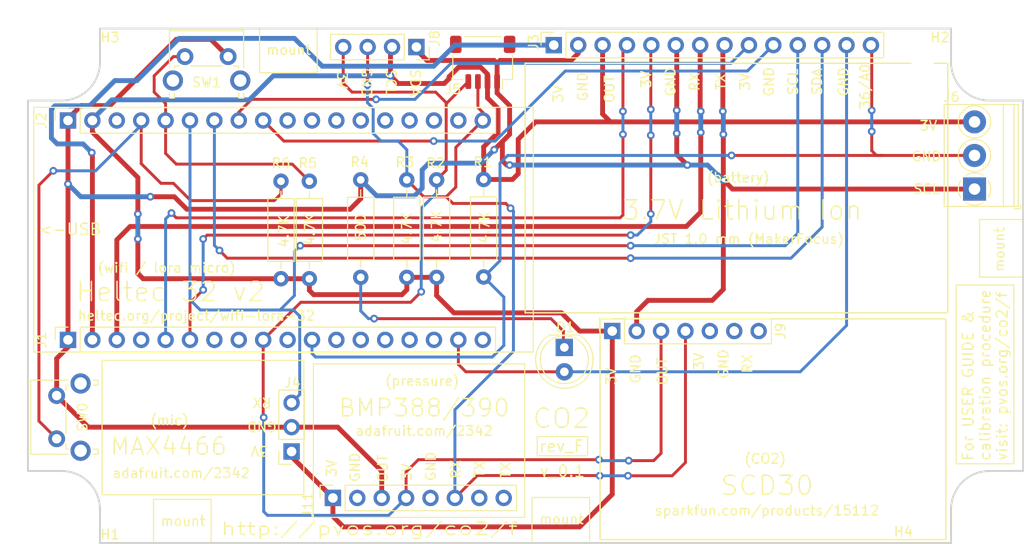
<source format=kicad_pcb>
(kicad_pcb (version 20171130) (host pcbnew 5.1.6-c6e7f7d~87~ubuntu18.04.1)

  (general
    (thickness 1.6)
    (drawings 125)
    (tracks 371)
    (zones 0)
    (modules 22)
    (nets 18)
  )

  (page A4)
  (layers
    (0 F.Cu signal)
    (31 B.Cu signal)
    (32 B.Adhes user)
    (33 F.Adhes user)
    (34 B.Paste user)
    (35 F.Paste user)
    (36 B.SilkS user)
    (37 F.SilkS user)
    (38 B.Mask user)
    (39 F.Mask user)
    (40 Dwgs.User user)
    (41 Cmts.User user)
    (42 Eco1.User user)
    (43 Eco2.User user)
    (44 Edge.Cuts user)
    (45 Margin user)
    (46 B.CrtYd user)
    (47 F.CrtYd user hide)
    (48 B.Fab user)
    (49 F.Fab user hide)
  )

  (setup
    (last_trace_width 0.3048)
    (user_trace_width 0.3048)
    (user_trace_width 0.4)
    (user_trace_width 0.508)
    (user_trace_width 0.8)
    (user_trace_width 0.85)
    (trace_clearance 0.2)
    (zone_clearance 0.508)
    (zone_45_only no)
    (trace_min 0.2)
    (via_size 0.8)
    (via_drill 0.4)
    (via_min_size 0.4)
    (via_min_drill 0.3)
    (uvia_size 0.3)
    (uvia_drill 0.1)
    (uvias_allowed no)
    (uvia_min_size 0.2)
    (uvia_min_drill 0.1)
    (edge_width 0.05)
    (segment_width 0.2)
    (pcb_text_width 0.3)
    (pcb_text_size 1.5 1.5)
    (mod_edge_width 0.12)
    (mod_text_size 1 1)
    (mod_text_width 0.15)
    (pad_size 1.524 1.524)
    (pad_drill 0.762)
    (pad_to_mask_clearance 0.05)
    (aux_axis_origin 0 0)
    (visible_elements FFFFFFFF)
    (pcbplotparams
      (layerselection 0x010fc_ffffffff)
      (usegerberextensions false)
      (usegerberattributes true)
      (usegerberadvancedattributes true)
      (creategerberjobfile true)
      (excludeedgelayer true)
      (linewidth 0.100000)
      (plotframeref false)
      (viasonmask false)
      (mode 1)
      (useauxorigin false)
      (hpglpennumber 1)
      (hpglpenspeed 20)
      (hpglpendiameter 15.000000)
      (psnegative false)
      (psa4output false)
      (plotreference true)
      (plotvalue true)
      (plotinvisibletext false)
      (padsonsilk false)
      (subtractmaskfromsilk false)
      (outputformat 1)
      (mirror false)
      (drillshape 0)
      (scaleselection 1)
      (outputdirectory "gerber/"))
  )

  (net 0 "")
  (net 1 +3V3)
  (net 2 GND)
  (net 3 SDA)
  (net 4 SCL)
  (net 5 TX)
  (net 6 RX)
  (net 7 38_A2)
  (net 8 37_A1)
  (net 9 36_A0)
  (net 10 "Net-(D1-Pad1)")
  (net 11 39_A3)
  (net 12 5V)
  (net 13 VEXT)
  (net 14 23)
  (net 15 17)
  (net 16 34_ADC6_DIO2)
  (net 17 35_ADC7_DIO1)

  (net_class Default "This is the default net class."
    (clearance 0.2)
    (trace_width 0.25)
    (via_dia 0.8)
    (via_drill 0.4)
    (uvia_dia 0.3)
    (uvia_drill 0.1)
    (add_net +3V3)
    (add_net 17)
    (add_net 23)
    (add_net 25_LED)
    (add_net 34_ADC6_DIO2)
    (add_net 35_ADC7_DIO1)
    (add_net 36_A0)
    (add_net 37_A1)
    (add_net 38_A2)
    (add_net 39_A3)
    (add_net 5V)
    (add_net GND)
    (add_net "Net-(D1-Pad1)")
    (add_net "Net-(J1-Pad10)")
    (add_net "Net-(J1-Pad12)")
    (add_net "Net-(J1-Pad13)")
    (add_net "Net-(J1-Pad14)")
    (add_net "Net-(J1-Pad15)")
    (add_net "Net-(J1-Pad16)")
    (add_net "Net-(J1-Pad18)")
    (add_net "Net-(J1-Pad4)")
    (add_net "Net-(J1-Pad8)")
    (add_net "Net-(J11-Pad2)")
    (add_net "Net-(J11-Pad5)")
    (add_net "Net-(J11-Pad7)")
    (add_net "Net-(J11-Pad8)")
    (add_net "Net-(J2-Pad10)")
    (add_net "Net-(J2-Pad11)")
    (add_net "Net-(J2-Pad13)")
    (add_net "Net-(J2-Pad14)")
    (add_net "Net-(J2-Pad15)")
    (add_net "Net-(J2-Pad16)")
    (add_net "Net-(J2-Pad17)")
    (add_net "Net-(J2-Pad3)")
    (add_net "Net-(J9-Pad5)")
    (add_net "Net-(J9-Pad6)")
    (add_net "Net-(J9-Pad7)")
    (add_net RST)
    (add_net RX)
    (add_net SCL)
    (add_net SDA)
    (add_net TX)
    (add_net VEXT)
  )

  (module TerminalBlock_Phoenix:TerminalBlock_Phoenix_PT-1,5-3-3.5-H_1x03_P3.50mm_Horizontal (layer F.Cu) (tedit 5B294F3F) (tstamp 5FF85D3C)
    (at 188.2 77.6 90)
    (descr "Terminal Block Phoenix PT-1,5-3-3.5-H, 3 pins, pitch 3.5mm, size 10.5x7.6mm^2, drill diamater 1.2mm, pad diameter 2.4mm, see , script-generated using https://github.com/pointhi/kicad-footprint-generator/scripts/TerminalBlock_Phoenix")
    (tags "THT Terminal Block Phoenix PT-1,5-3-3.5-H pitch 3.5mm size 10.5x7.6mm^2 drill 1.2mm pad 2.4mm")
    (path /601266D8)
    (fp_text reference J6 (at 9.6 -2.4 180) (layer F.SilkS)
      (effects (font (size 1 1) (thickness 0.15)))
    )
    (fp_text value Screw_Terminal_01x03 (at 3.5 5.56 90) (layer F.Fab)
      (effects (font (size 1 1) (thickness 0.15)))
    )
    (fp_text user %R (at 3.5 2.4 90) (layer F.Fab)
      (effects (font (size 1 1) (thickness 0.15)))
    )
    (fp_arc (start 0 0) (end -0.866 1.44) (angle -32) (layer F.SilkS) (width 0.12))
    (fp_arc (start 0 0) (end -1.44 -0.866) (angle -63) (layer F.SilkS) (width 0.12))
    (fp_arc (start 0 0) (end 0.866 -1.44) (angle -63) (layer F.SilkS) (width 0.12))
    (fp_arc (start 0 0) (end 1.425 0.891) (angle -64) (layer F.SilkS) (width 0.12))
    (fp_arc (start 0 0) (end 0 1.68) (angle -32) (layer F.SilkS) (width 0.12))
    (fp_circle (center 0 0) (end 1.5 0) (layer F.Fab) (width 0.1))
    (fp_circle (center 3.5 0) (end 5 0) (layer F.Fab) (width 0.1))
    (fp_circle (center 3.5 0) (end 5.18 0) (layer F.SilkS) (width 0.12))
    (fp_circle (center 7 0) (end 8.5 0) (layer F.Fab) (width 0.1))
    (fp_circle (center 7 0) (end 8.68 0) (layer F.SilkS) (width 0.12))
    (fp_line (start -1.75 -3.1) (end 8.75 -3.1) (layer F.Fab) (width 0.1))
    (fp_line (start 8.75 -3.1) (end 8.75 4.5) (layer F.Fab) (width 0.1))
    (fp_line (start 8.75 4.5) (end -1.35 4.5) (layer F.Fab) (width 0.1))
    (fp_line (start -1.35 4.5) (end -1.75 4.1) (layer F.Fab) (width 0.1))
    (fp_line (start -1.75 4.1) (end -1.75 -3.1) (layer F.Fab) (width 0.1))
    (fp_line (start -1.75 4.1) (end 8.75 4.1) (layer F.Fab) (width 0.1))
    (fp_line (start -1.81 4.1) (end 8.81 4.1) (layer F.SilkS) (width 0.12))
    (fp_line (start -1.75 3) (end 8.75 3) (layer F.Fab) (width 0.1))
    (fp_line (start -1.81 3) (end 8.81 3) (layer F.SilkS) (width 0.12))
    (fp_line (start -1.81 -3.16) (end 8.81 -3.16) (layer F.SilkS) (width 0.12))
    (fp_line (start -1.81 4.56) (end 8.81 4.56) (layer F.SilkS) (width 0.12))
    (fp_line (start -1.81 -3.16) (end -1.81 4.56) (layer F.SilkS) (width 0.12))
    (fp_line (start 8.81 -3.16) (end 8.81 4.56) (layer F.SilkS) (width 0.12))
    (fp_line (start 1.138 -0.955) (end -0.955 1.138) (layer F.Fab) (width 0.1))
    (fp_line (start 0.955 -1.138) (end -1.138 0.955) (layer F.Fab) (width 0.1))
    (fp_line (start 4.638 -0.955) (end 2.546 1.138) (layer F.Fab) (width 0.1))
    (fp_line (start 4.455 -1.138) (end 2.363 0.955) (layer F.Fab) (width 0.1))
    (fp_line (start 4.775 -1.069) (end 4.646 -0.941) (layer F.SilkS) (width 0.12))
    (fp_line (start 2.525 1.181) (end 2.431 1.274) (layer F.SilkS) (width 0.12))
    (fp_line (start 4.57 -1.275) (end 4.476 -1.181) (layer F.SilkS) (width 0.12))
    (fp_line (start 2.355 0.941) (end 2.226 1.069) (layer F.SilkS) (width 0.12))
    (fp_line (start 8.138 -0.955) (end 6.046 1.138) (layer F.Fab) (width 0.1))
    (fp_line (start 7.955 -1.138) (end 5.863 0.955) (layer F.Fab) (width 0.1))
    (fp_line (start 8.275 -1.069) (end 8.146 -0.941) (layer F.SilkS) (width 0.12))
    (fp_line (start 6.025 1.181) (end 5.931 1.274) (layer F.SilkS) (width 0.12))
    (fp_line (start 8.07 -1.275) (end 7.976 -1.181) (layer F.SilkS) (width 0.12))
    (fp_line (start 5.855 0.941) (end 5.726 1.069) (layer F.SilkS) (width 0.12))
    (fp_line (start -2.05 4.16) (end -2.05 4.8) (layer F.SilkS) (width 0.12))
    (fp_line (start -2.05 4.8) (end -1.65 4.8) (layer F.SilkS) (width 0.12))
    (fp_line (start -2.25 -3.6) (end -2.25 5) (layer F.CrtYd) (width 0.05))
    (fp_line (start -2.25 5) (end 9.25 5) (layer F.CrtYd) (width 0.05))
    (fp_line (start 9.25 5) (end 9.25 -3.6) (layer F.CrtYd) (width 0.05))
    (fp_line (start 9.25 -3.6) (end -2.25 -3.6) (layer F.CrtYd) (width 0.05))
    (pad 3 thru_hole circle (at 7 0 90) (size 2.4 2.4) (drill 1.2) (layers *.Cu *.Mask)
      (net 1 +3V3))
    (pad 2 thru_hole circle (at 3.5 0 90) (size 2.4 2.4) (drill 1.2) (layers *.Cu *.Mask)
      (net 14 23))
    (pad 1 thru_hole rect (at 0 0 90) (size 2.4 2.4) (drill 1.2) (layers *.Cu *.Mask)
      (net 2 GND))
    (model ${KISYS3DMOD}/TerminalBlock_Phoenix.3dshapes/TerminalBlock_Phoenix_PT-1,5-3-3.5-H_1x03_P3.50mm_Horizontal.wrl
      (at (xyz 0 0 0))
      (scale (xyz 1 1 1))
      (rotate (xyz 0 0 0))
    )
  )

  (module Resistor_THT:R_Axial_DIN0207_L6.3mm_D2.5mm_P10.16mm_Horizontal (layer F.Cu) (tedit 5AE5139B) (tstamp 5FF86F07)
    (at 137.1 76.6 270)
    (descr "Resistor, Axial_DIN0207 series, Axial, Horizontal, pin pitch=10.16mm, 0.25W = 1/4W, length*diameter=6.3*2.5mm^2, http://cdn-reichelt.de/documents/datenblatt/B400/1_4W%23YAG.pdf")
    (tags "Resistor Axial_DIN0207 series Axial Horizontal pin pitch 10.16mm 0.25W = 1/4W length 6.3mm diameter 2.5mm")
    (path /601290C7)
    (fp_text reference R1 (at -1.8 0.1 180) (layer F.SilkS)
      (effects (font (size 1 1) (thickness 0.15)))
    )
    (fp_text value R (at 5.08 2.37 90) (layer F.Fab)
      (effects (font (size 1 1) (thickness 0.15)))
    )
    (fp_text user %R (at 5.08 0 90) (layer F.Fab)
      (effects (font (size 1 1) (thickness 0.15)))
    )
    (fp_line (start 1.93 -1.25) (end 1.93 1.25) (layer F.Fab) (width 0.1))
    (fp_line (start 1.93 1.25) (end 8.23 1.25) (layer F.Fab) (width 0.1))
    (fp_line (start 8.23 1.25) (end 8.23 -1.25) (layer F.Fab) (width 0.1))
    (fp_line (start 8.23 -1.25) (end 1.93 -1.25) (layer F.Fab) (width 0.1))
    (fp_line (start 0 0) (end 1.93 0) (layer F.Fab) (width 0.1))
    (fp_line (start 10.16 0) (end 8.23 0) (layer F.Fab) (width 0.1))
    (fp_line (start 1.81 -1.37) (end 1.81 1.37) (layer F.SilkS) (width 0.12))
    (fp_line (start 1.81 1.37) (end 8.35 1.37) (layer F.SilkS) (width 0.12))
    (fp_line (start 8.35 1.37) (end 8.35 -1.37) (layer F.SilkS) (width 0.12))
    (fp_line (start 8.35 -1.37) (end 1.81 -1.37) (layer F.SilkS) (width 0.12))
    (fp_line (start 1.04 0) (end 1.81 0) (layer F.SilkS) (width 0.12))
    (fp_line (start 9.12 0) (end 8.35 0) (layer F.SilkS) (width 0.12))
    (fp_line (start -1.05 -1.5) (end -1.05 1.5) (layer F.CrtYd) (width 0.05))
    (fp_line (start -1.05 1.5) (end 11.21 1.5) (layer F.CrtYd) (width 0.05))
    (fp_line (start 11.21 1.5) (end 11.21 -1.5) (layer F.CrtYd) (width 0.05))
    (fp_line (start 11.21 -1.5) (end -1.05 -1.5) (layer F.CrtYd) (width 0.05))
    (pad 2 thru_hole oval (at 10.16 0 270) (size 1.6 1.6) (drill 0.8) (layers *.Cu *.Mask)
      (net 14 23))
    (pad 1 thru_hole circle (at 0 0 270) (size 1.6 1.6) (drill 0.8) (layers *.Cu *.Mask)
      (net 1 +3V3))
    (model ${KISYS3DMOD}/Resistor_THT.3dshapes/R_Axial_DIN0207_L6.3mm_D2.5mm_P10.16mm_Horizontal.wrl
      (at (xyz 0 0 0))
      (scale (xyz 1 1 1))
      (rotate (xyz 0 0 0))
    )
  )

  (module Connector_PinSocket_2.54mm:PinSocket_1x04_P2.54mm_Vertical (layer F.Cu) (tedit 5A19A429) (tstamp 5FF7D00F)
    (at 130.1 62.8 270)
    (descr "Through hole straight socket strip, 1x04, 2.54mm pitch, single row (from Kicad 4.0.7), script generated")
    (tags "Through hole socket strip THT 1x04 2.54mm single row")
    (path /60000D99)
    (fp_text reference J8 (at -0.9 -1.9 270) (layer F.SilkS)
      (effects (font (size 1 1) (thickness 0.15)))
    )
    (fp_text value Conn_01x04_Female (at -2.8 3.4 180) (layer F.Fab)
      (effects (font (size 1 1) (thickness 0.15)))
    )
    (fp_line (start -1.8 9.4) (end -1.8 -1.8) (layer F.CrtYd) (width 0.05))
    (fp_line (start 1.75 9.4) (end -1.8 9.4) (layer F.CrtYd) (width 0.05))
    (fp_line (start 1.75 -1.8) (end 1.75 9.4) (layer F.CrtYd) (width 0.05))
    (fp_line (start -1.8 -1.8) (end 1.75 -1.8) (layer F.CrtYd) (width 0.05))
    (fp_line (start 0 -1.33) (end 1.33 -1.33) (layer F.SilkS) (width 0.12))
    (fp_line (start 1.33 -1.33) (end 1.33 0) (layer F.SilkS) (width 0.12))
    (fp_line (start 1.33 1.27) (end 1.33 8.95) (layer F.SilkS) (width 0.12))
    (fp_line (start -1.33 8.95) (end 1.33 8.95) (layer F.SilkS) (width 0.12))
    (fp_line (start -1.33 1.27) (end -1.33 8.95) (layer F.SilkS) (width 0.12))
    (fp_line (start -1.33 1.27) (end 1.33 1.27) (layer F.SilkS) (width 0.12))
    (fp_line (start -1.27 8.89) (end -1.27 -1.27) (layer F.Fab) (width 0.1))
    (fp_line (start 1.27 8.89) (end -1.27 8.89) (layer F.Fab) (width 0.1))
    (fp_line (start 1.27 -0.635) (end 1.27 8.89) (layer F.Fab) (width 0.1))
    (fp_line (start 0.635 -1.27) (end 1.27 -0.635) (layer F.Fab) (width 0.1))
    (fp_line (start -1.27 -1.27) (end 0.635 -1.27) (layer F.Fab) (width 0.1))
    (fp_text user %R (at 0 3.81) (layer F.Fab)
      (effects (font (size 1 1) (thickness 0.15)))
    )
    (pad 1 thru_hole rect (at 0 0 270) (size 1.7 1.7) (drill 1) (layers *.Cu *.Mask)
      (net 2 GND))
    (pad 2 thru_hole oval (at 0 2.54 270) (size 1.7 1.7) (drill 1) (layers *.Cu *.Mask)
      (net 1 +3V3))
    (pad 3 thru_hole oval (at 0 5.08 270) (size 1.7 1.7) (drill 1) (layers *.Cu *.Mask)
      (net 3 SDA))
    (pad 4 thru_hole oval (at 0 7.62 270) (size 1.7 1.7) (drill 1) (layers *.Cu *.Mask)
      (net 4 SCL))
    (model ${KISYS3DMOD}/Connector_PinSocket_2.54mm.3dshapes/PinSocket_1x04_P2.54mm_Vertical.wrl
      (at (xyz 0 0 0))
      (scale (xyz 1 1 1))
      (rotate (xyz 0 0 0))
    )
  )

  (module Connector_PinSocket_2.54mm:PinSocket_1x14_P2.54mm_Vertical (layer F.Cu) (tedit 5A19A434) (tstamp 5FF7CF97)
    (at 144.4 62.6 90)
    (descr "Through hole straight socket strip, 1x14, 2.54mm pitch, single row (from Kicad 4.0.7), script generated")
    (tags "Through hole socket strip THT 1x14 2.54mm single row")
    (path /6003FCAE)
    (fp_text reference J3 (at 0.3 -2.1 90) (layer F.SilkS)
      (effects (font (size 1 1) (thickness 0.15)))
    )
    (fp_text value Conn_01x14_Female (at -2.8 11.2 180) (layer F.Fab)
      (effects (font (size 1 1) (thickness 0.15)))
    )
    (fp_line (start -1.8 34.8) (end -1.8 -1.8) (layer F.CrtYd) (width 0.05))
    (fp_line (start 1.75 34.8) (end -1.8 34.8) (layer F.CrtYd) (width 0.05))
    (fp_line (start 1.75 -1.8) (end 1.75 34.8) (layer F.CrtYd) (width 0.05))
    (fp_line (start -1.8 -1.8) (end 1.75 -1.8) (layer F.CrtYd) (width 0.05))
    (fp_line (start 0 -1.33) (end 1.33 -1.33) (layer F.SilkS) (width 0.12))
    (fp_line (start 1.33 -1.33) (end 1.33 0) (layer F.SilkS) (width 0.12))
    (fp_line (start 1.33 1.27) (end 1.33 34.35) (layer F.SilkS) (width 0.12))
    (fp_line (start -1.33 34.35) (end 1.33 34.35) (layer F.SilkS) (width 0.12))
    (fp_line (start -1.33 1.27) (end -1.33 34.35) (layer F.SilkS) (width 0.12))
    (fp_line (start -1.33 1.27) (end 1.33 1.27) (layer F.SilkS) (width 0.12))
    (fp_line (start -1.27 34.29) (end -1.27 -1.27) (layer F.Fab) (width 0.1))
    (fp_line (start 1.27 34.29) (end -1.27 34.29) (layer F.Fab) (width 0.1))
    (fp_line (start 1.27 -0.635) (end 1.27 34.29) (layer F.Fab) (width 0.1))
    (fp_line (start 0.635 -1.27) (end 1.27 -0.635) (layer F.Fab) (width 0.1))
    (fp_line (start -1.27 -1.27) (end 0.635 -1.27) (layer F.Fab) (width 0.1))
    (fp_text user %R (at 0 16.51) (layer F.Fab)
      (effects (font (size 1 1) (thickness 0.15)))
    )
    (pad 1 thru_hole rect (at 0 0 90) (size 1.7 1.7) (drill 1) (layers *.Cu *.Mask)
      (net 12 5V))
    (pad 2 thru_hole oval (at 0 2.54 90) (size 1.7 1.7) (drill 1) (layers *.Cu *.Mask)
      (net 2 GND))
    (pad 3 thru_hole oval (at 0 5.08 90) (size 1.7 1.7) (drill 1) (layers *.Cu *.Mask)
      (net 1 +3V3))
    (pad 4 thru_hole oval (at 0 7.62 90) (size 1.7 1.7) (drill 1) (layers *.Cu *.Mask)
      (net 6 RX))
    (pad 5 thru_hole oval (at 0 10.16 90) (size 1.7 1.7) (drill 1) (layers *.Cu *.Mask)
      (net 5 TX))
    (pad 6 thru_hole oval (at 0 12.7 90) (size 1.7 1.7) (drill 1) (layers *.Cu *.Mask)
      (net 2 GND))
    (pad 7 thru_hole oval (at 0 15.24 90) (size 1.7 1.7) (drill 1) (layers *.Cu *.Mask)
      (net 13 VEXT))
    (pad 8 thru_hole oval (at 0 17.78 90) (size 1.7 1.7) (drill 1) (layers *.Cu *.Mask)
      (net 2 GND))
    (pad 9 thru_hole oval (at 0 20.32 90) (size 1.7 1.7) (drill 1) (layers *.Cu *.Mask)
      (net 16 34_ADC6_DIO2))
    (pad 10 thru_hole oval (at 0 22.86 90) (size 1.7 1.7) (drill 1) (layers *.Cu *.Mask)
      (net 17 35_ADC7_DIO1))
    (pad 11 thru_hole oval (at 0 25.4 90) (size 1.7 1.7) (drill 1) (layers *.Cu *.Mask)
      (net 7 38_A2))
    (pad 12 thru_hole oval (at 0 27.94 90) (size 1.7 1.7) (drill 1) (layers *.Cu *.Mask)
      (net 11 39_A3))
    (pad 13 thru_hole oval (at 0 30.48 90) (size 1.7 1.7) (drill 1) (layers *.Cu *.Mask)
      (net 15 17))
    (pad 14 thru_hole oval (at 0 33.02 90) (size 1.7 1.7) (drill 1) (layers *.Cu *.Mask)
      (net 14 23))
    (model ${KISYS3DMOD}/Connector_PinSocket_2.54mm.3dshapes/PinSocket_1x14_P2.54mm_Vertical.wrl
      (at (xyz 0 0 0))
      (scale (xyz 1 1 1))
      (rotate (xyz 0 0 0))
    )
  )

  (module Connector_PinSocket_2.54mm:PinSocket_1x18_P2.54mm_Vertical (layer F.Cu) (tedit 5A19A434) (tstamp 5FD5C073)
    (at 93.828 70.452 90)
    (descr "Through hole straight socket strip, 1x18, 2.54mm pitch, single row (from Kicad 4.0.7), script generated")
    (tags "Through hole socket strip THT 1x18 2.54mm single row")
    (path /5FB65139)
    (fp_text reference J2 (at 0 -2.77 90) (layer F.SilkS)
      (effects (font (size 1 1) (thickness 0.15)))
    )
    (fp_text value Conn_01x18_Female (at -2.948 5.572 180) (layer F.Fab)
      (effects (font (size 1 1) (thickness 0.15)))
    )
    (fp_text user %R (at 0 21.59) (layer F.Fab)
      (effects (font (size 1 1) (thickness 0.15)))
    )
    (fp_line (start -1.27 -1.27) (end 0.635 -1.27) (layer F.Fab) (width 0.1))
    (fp_line (start 0.635 -1.27) (end 1.27 -0.635) (layer F.Fab) (width 0.1))
    (fp_line (start 1.27 -0.635) (end 1.27 44.45) (layer F.Fab) (width 0.1))
    (fp_line (start 1.27 44.45) (end -1.27 44.45) (layer F.Fab) (width 0.1))
    (fp_line (start -1.27 44.45) (end -1.27 -1.27) (layer F.Fab) (width 0.1))
    (fp_line (start -1.33 1.27) (end 1.33 1.27) (layer F.SilkS) (width 0.12))
    (fp_line (start -1.33 1.27) (end -1.33 44.51) (layer F.SilkS) (width 0.12))
    (fp_line (start -1.33 44.51) (end 1.33 44.51) (layer F.SilkS) (width 0.12))
    (fp_line (start 1.33 1.27) (end 1.33 44.51) (layer F.SilkS) (width 0.12))
    (fp_line (start 1.33 -1.33) (end 1.33 0) (layer F.SilkS) (width 0.12))
    (fp_line (start 0 -1.33) (end 1.33 -1.33) (layer F.SilkS) (width 0.12))
    (fp_line (start -1.8 -1.8) (end 1.75 -1.8) (layer F.CrtYd) (width 0.05))
    (fp_line (start 1.75 -1.8) (end 1.75 44.95) (layer F.CrtYd) (width 0.05))
    (fp_line (start 1.75 44.95) (end -1.8 44.95) (layer F.CrtYd) (width 0.05))
    (fp_line (start -1.8 44.95) (end -1.8 -1.8) (layer F.CrtYd) (width 0.05))
    (pad 1 thru_hole rect (at 0 0 90) (size 1.7 1.7) (drill 1) (layers *.Cu *.Mask)
      (net 2 GND))
    (pad 2 thru_hole oval (at 0 2.54 90) (size 1.7 1.7) (drill 1) (layers *.Cu *.Mask)
      (net 1 +3V3))
    (pad 3 thru_hole oval (at 0 5.08 90) (size 1.7 1.7) (drill 1) (layers *.Cu *.Mask))
    (pad 4 thru_hole oval (at 0 7.62 90) (size 1.7 1.7) (drill 1) (layers *.Cu *.Mask)
      (net 9 36_A0))
    (pad 5 thru_hole oval (at 0 10.16 90) (size 1.7 1.7) (drill 1) (layers *.Cu *.Mask)
      (net 8 37_A1))
    (pad 6 thru_hole oval (at 0 12.7 90) (size 1.7 1.7) (drill 1) (layers *.Cu *.Mask)
      (net 7 38_A2))
    (pad 7 thru_hole oval (at 0 15.24 90) (size 1.7 1.7) (drill 1) (layers *.Cu *.Mask)
      (net 11 39_A3))
    (pad 8 thru_hole oval (at 0 17.78 90) (size 1.7 1.7) (drill 1) (layers *.Cu *.Mask)
      (net 16 34_ADC6_DIO2))
    (pad 9 thru_hole oval (at 0 20.32 90) (size 1.7 1.7) (drill 1) (layers *.Cu *.Mask)
      (net 17 35_ADC7_DIO1))
    (pad 10 thru_hole oval (at 0 22.86 90) (size 1.7 1.7) (drill 1) (layers *.Cu *.Mask))
    (pad 11 thru_hole oval (at 0 25.4 90) (size 1.7 1.7) (drill 1) (layers *.Cu *.Mask))
    (pad 12 thru_hole oval (at 0 27.94 90) (size 1.7 1.7) (drill 1) (layers *.Cu *.Mask))
    (pad 13 thru_hole oval (at 0 30.48 90) (size 1.7 1.7) (drill 1) (layers *.Cu *.Mask))
    (pad 14 thru_hole oval (at 0 33.02 90) (size 1.7 1.7) (drill 1) (layers *.Cu *.Mask))
    (pad 15 thru_hole oval (at 0 35.56 90) (size 1.7 1.7) (drill 1) (layers *.Cu *.Mask))
    (pad 16 thru_hole oval (at 0 38.1 90) (size 1.7 1.7) (drill 1) (layers *.Cu *.Mask))
    (pad 17 thru_hole oval (at 0 40.64 90) (size 1.7 1.7) (drill 1) (layers *.Cu *.Mask))
    (pad 18 thru_hole oval (at 0 43.18 90) (size 1.7 1.7) (drill 1) (layers *.Cu *.Mask)
      (net 3 SDA))
    (model ${KISYS3DMOD}/Connector_PinSocket_2.54mm.3dshapes/PinSocket_1x18_P2.54mm_Vertical.wrl
      (at (xyz 0 0 0))
      (scale (xyz 1 1 1))
      (rotate (xyz 0 0 0))
    )
  )

  (module Button_Switch_THT:SW_Tactile_SPST_Angled_PTS645Vx58-2LFS (layer F.Cu) (tedit 5A02FE31) (tstamp 5FD6F212)
    (at 92.648 103.62 90)
    (descr "tactile switch SPST right angle, PTS645VL58-2 LFS")
    (tags "tactile switch SPST angled PTS645VL58-2 LFS C&K Button")
    (path /5FDC768B)
    (fp_text reference SW0 (at 2.25 2.68 90) (layer F.SilkS)
      (effects (font (size 1 1) (thickness 0.15)))
    )
    (fp_text value SW_Push (at 2.25 5.38988 90) (layer F.Fab)
      (effects (font (size 1 1) (thickness 0.15)))
    )
    (fp_text user %R (at 2.25 1.68 90) (layer F.Fab)
      (effects (font (size 1 1) (thickness 0.15)))
    )
    (fp_line (start 0.55 0.97) (end 3.95 0.97) (layer F.SilkS) (width 0.12))
    (fp_line (start -1.09 0.97) (end -0.55 0.97) (layer F.SilkS) (width 0.12))
    (fp_line (start 6.11 3.8) (end 6.11 4.31) (layer F.SilkS) (width 0.12))
    (fp_line (start 5.59 4.31) (end 6.11 4.31) (layer F.SilkS) (width 0.12))
    (fp_line (start 5.59 3.8) (end 5.59 4.31) (layer F.SilkS) (width 0.12))
    (fp_line (start 5.05 0.97) (end 5.59 0.97) (layer F.SilkS) (width 0.12))
    (fp_line (start -1.61 3.8) (end -1.61 4.31) (layer F.SilkS) (width 0.12))
    (fp_line (start -1.09 3.8) (end -1.09 4.31) (layer F.SilkS) (width 0.12))
    (fp_line (start 5.59 0.97) (end 5.59 1.2) (layer F.SilkS) (width 0.12))
    (fp_line (start -1.2 4.2) (end -1.2 0.86) (layer F.Fab) (width 0.1))
    (fp_line (start 5.7 4.2) (end 6 4.2) (layer F.Fab) (width 0.1))
    (fp_line (start -1.5 4.2) (end -1.5 -2.59) (layer F.Fab) (width 0.1))
    (fp_line (start -1.5 -2.59) (end 6 -2.59) (layer F.Fab) (width 0.1))
    (fp_line (start -1.61 -2.7) (end -1.61 1.2) (layer F.SilkS) (width 0.12))
    (fp_line (start -1.61 4.31) (end -1.09 4.31) (layer F.SilkS) (width 0.12))
    (fp_line (start 6.11 -2.7) (end 6.11 1.2) (layer F.SilkS) (width 0.12))
    (fp_line (start -1.61 -2.7) (end 6.11 -2.7) (layer F.SilkS) (width 0.12))
    (fp_line (start -2.5 4.45) (end -2.5 -2.8) (layer F.CrtYd) (width 0.05))
    (fp_line (start 7.05 4.45) (end -2.5 4.45) (layer F.CrtYd) (width 0.05))
    (fp_line (start 7.05 -2.8) (end 7.05 4.45) (layer F.CrtYd) (width 0.05))
    (fp_line (start -2.5 -2.8) (end 7.05 -2.8) (layer F.CrtYd) (width 0.05))
    (fp_line (start 6 4.2) (end 6 -2.59) (layer F.Fab) (width 0.1))
    (fp_line (start -1.2 0.86) (end 5.7 0.86) (layer F.Fab) (width 0.1))
    (fp_line (start -1.5 4.2) (end -1.2 4.2) (layer F.Fab) (width 0.1))
    (fp_line (start 5.7 4.2) (end 5.7 0.86) (layer F.Fab) (width 0.1))
    (fp_line (start -1.09 0.97) (end -1.09 1.2) (layer F.SilkS) (width 0.12))
    (fp_line (start 0.5 -5.85) (end 4 -5.85) (layer F.Fab) (width 0.1))
    (fp_line (start 4 -5.85) (end 4 -2.59) (layer F.Fab) (width 0.1))
    (fp_line (start 0.5 -5.85) (end 0.5 -2.59) (layer F.Fab) (width 0.1))
    (pad "" thru_hole circle (at 5.76 2.49 90) (size 2.1 2.1) (drill 1.3) (layers *.Cu *.Mask))
    (pad 2 thru_hole circle (at 4.5 0 90) (size 1.75 1.75) (drill 0.99) (layers *.Cu *.Mask)
      (net 2 GND))
    (pad 1 thru_hole circle (at 0 0 90) (size 1.75 1.75) (drill 0.99) (layers *.Cu *.Mask)
      (net 9 36_A0))
    (pad "" thru_hole circle (at -1.25 2.49 90) (size 2.1 2.1) (drill 1.3) (layers *.Cu *.Mask))
    (model ${KISYS3DMOD}/Button_Switch_THT.3dshapes/SW_Tactile_SPST_Angled_PTS645Vx58-2LFS.wrl
      (at (xyz 0 0 0))
      (scale (xyz 1 1 1))
      (rotate (xyz 0 0 0))
    )
  )

  (module Button_Switch_THT:SW_Tactile_SPST_Angled_PTS645Vx58-2LFS (layer F.Cu) (tedit 5A02FE31) (tstamp 5FD6F1EC)
    (at 106 63.8)
    (descr "tactile switch SPST right angle, PTS645VL58-2 LFS")
    (tags "tactile switch SPST angled PTS645VL58-2 LFS C&K Button")
    (path /5FDA65F7)
    (fp_text reference SW1 (at 2.25 2.68) (layer F.SilkS)
      (effects (font (size 1 1) (thickness 0.15)))
    )
    (fp_text value SW_Push (at 2.25 5.38988) (layer F.Fab)
      (effects (font (size 1 1) (thickness 0.15)))
    )
    (fp_line (start 0.5 -5.85) (end 0.5 -2.59) (layer F.Fab) (width 0.1))
    (fp_line (start 4 -5.85) (end 4 -2.59) (layer F.Fab) (width 0.1))
    (fp_line (start 0.5 -5.85) (end 4 -5.85) (layer F.Fab) (width 0.1))
    (fp_line (start -1.09 0.97) (end -1.09 1.2) (layer F.SilkS) (width 0.12))
    (fp_line (start 5.7 4.2) (end 5.7 0.86) (layer F.Fab) (width 0.1))
    (fp_line (start -1.5 4.2) (end -1.2 4.2) (layer F.Fab) (width 0.1))
    (fp_line (start -1.2 0.86) (end 5.7 0.86) (layer F.Fab) (width 0.1))
    (fp_line (start 6 4.2) (end 6 -2.59) (layer F.Fab) (width 0.1))
    (fp_line (start -2.5 -2.8) (end 7.05 -2.8) (layer F.CrtYd) (width 0.05))
    (fp_line (start 7.05 -2.8) (end 7.05 4.45) (layer F.CrtYd) (width 0.05))
    (fp_line (start 7.05 4.45) (end -2.5 4.45) (layer F.CrtYd) (width 0.05))
    (fp_line (start -2.5 4.45) (end -2.5 -2.8) (layer F.CrtYd) (width 0.05))
    (fp_line (start -1.61 -2.7) (end 6.11 -2.7) (layer F.SilkS) (width 0.12))
    (fp_line (start 6.11 -2.7) (end 6.11 1.2) (layer F.SilkS) (width 0.12))
    (fp_line (start -1.61 4.31) (end -1.09 4.31) (layer F.SilkS) (width 0.12))
    (fp_line (start -1.61 -2.7) (end -1.61 1.2) (layer F.SilkS) (width 0.12))
    (fp_line (start -1.5 -2.59) (end 6 -2.59) (layer F.Fab) (width 0.1))
    (fp_line (start -1.5 4.2) (end -1.5 -2.59) (layer F.Fab) (width 0.1))
    (fp_line (start 5.7 4.2) (end 6 4.2) (layer F.Fab) (width 0.1))
    (fp_line (start -1.2 4.2) (end -1.2 0.86) (layer F.Fab) (width 0.1))
    (fp_line (start 5.59 0.97) (end 5.59 1.2) (layer F.SilkS) (width 0.12))
    (fp_line (start -1.09 3.8) (end -1.09 4.31) (layer F.SilkS) (width 0.12))
    (fp_line (start -1.61 3.8) (end -1.61 4.31) (layer F.SilkS) (width 0.12))
    (fp_line (start 5.05 0.97) (end 5.59 0.97) (layer F.SilkS) (width 0.12))
    (fp_line (start 5.59 3.8) (end 5.59 4.31) (layer F.SilkS) (width 0.12))
    (fp_line (start 5.59 4.31) (end 6.11 4.31) (layer F.SilkS) (width 0.12))
    (fp_line (start 6.11 3.8) (end 6.11 4.31) (layer F.SilkS) (width 0.12))
    (fp_line (start -1.09 0.97) (end -0.55 0.97) (layer F.SilkS) (width 0.12))
    (fp_line (start 0.55 0.97) (end 3.95 0.97) (layer F.SilkS) (width 0.12))
    (fp_text user %R (at 2.25 1.68) (layer F.Fab)
      (effects (font (size 1 1) (thickness 0.15)))
    )
    (pad "" thru_hole circle (at -1.25 2.49) (size 2.1 2.1) (drill 1.3) (layers *.Cu *.Mask))
    (pad 1 thru_hole circle (at 0 0) (size 1.75 1.75) (drill 0.99) (layers *.Cu *.Mask)
      (net 8 37_A1))
    (pad 2 thru_hole circle (at 4.5 0) (size 1.75 1.75) (drill 0.99) (layers *.Cu *.Mask)
      (net 2 GND))
    (pad "" thru_hole circle (at 5.76 2.49) (size 2.1 2.1) (drill 1.3) (layers *.Cu *.Mask))
    (model ${KISYS3DMOD}/Button_Switch_THT.3dshapes/SW_Tactile_SPST_Angled_PTS645Vx58-2LFS.wrl
      (at (xyz 0 0 0))
      (scale (xyz 1 1 1))
      (rotate (xyz 0 0 0))
    )
  )

  (module Connector_JST:JST_SH_SM04B-SRSS-TB_1x04-1MP_P1.00mm_Horizontal (layer F.Cu) (tedit 5B78AD87) (tstamp 5FD6A636)
    (at 137 64.4 180)
    (descr "JST SH series connector, SM04B-SRSS-TB (http://www.jst-mfg.com/product/pdf/eng/eSH.pdf), generated with kicad-footprint-generator")
    (tags "connector JST SH top entry")
    (path /5FE6A2E6)
    (attr smd)
    (fp_text reference J5 (at 3.1 -2.8) (layer F.SilkS)
      (effects (font (size 1 1) (thickness 0.15)))
    )
    (fp_text value Conn_01x04_Female (at -0.6 -3.6) (layer F.Fab)
      (effects (font (size 1 1) (thickness 0.15)))
    )
    (fp_text user %R (at 0 0) (layer F.Fab)
      (effects (font (size 1 1) (thickness 0.15)))
    )
    (fp_line (start -3 -1.675) (end 3 -1.675) (layer F.Fab) (width 0.1))
    (fp_line (start -3.11 0.715) (end -3.11 -1.785) (layer F.SilkS) (width 0.12))
    (fp_line (start -3.11 -1.785) (end -2.06 -1.785) (layer F.SilkS) (width 0.12))
    (fp_line (start -2.06 -1.785) (end -2.06 -2.775) (layer F.SilkS) (width 0.12))
    (fp_line (start 3.11 0.715) (end 3.11 -1.785) (layer F.SilkS) (width 0.12))
    (fp_line (start 3.11 -1.785) (end 2.06 -1.785) (layer F.SilkS) (width 0.12))
    (fp_line (start -1.94 2.685) (end 1.94 2.685) (layer F.SilkS) (width 0.12))
    (fp_line (start -3 2.575) (end 3 2.575) (layer F.Fab) (width 0.1))
    (fp_line (start -3 -1.675) (end -3 2.575) (layer F.Fab) (width 0.1))
    (fp_line (start 3 -1.675) (end 3 2.575) (layer F.Fab) (width 0.1))
    (fp_line (start -3.9 -3.28) (end -3.9 3.28) (layer F.CrtYd) (width 0.05))
    (fp_line (start -3.9 3.28) (end 3.9 3.28) (layer F.CrtYd) (width 0.05))
    (fp_line (start 3.9 3.28) (end 3.9 -3.28) (layer F.CrtYd) (width 0.05))
    (fp_line (start 3.9 -3.28) (end -3.9 -3.28) (layer F.CrtYd) (width 0.05))
    (fp_line (start -2 -1.675) (end -1.5 -0.967893) (layer F.Fab) (width 0.1))
    (fp_line (start -1.5 -0.967893) (end -1 -1.675) (layer F.Fab) (width 0.1))
    (pad 1 smd roundrect (at -1.5 -2 180) (size 0.6 1.55) (layers F.Cu F.Paste F.Mask) (roundrect_rratio 0.25)
      (net 2 GND))
    (pad 2 smd roundrect (at -0.5 -2 180) (size 0.6 1.55) (layers F.Cu F.Paste F.Mask) (roundrect_rratio 0.25)
      (net 1 +3V3))
    (pad 3 smd roundrect (at 0.5 -2 180) (size 0.6 1.55) (layers F.Cu F.Paste F.Mask) (roundrect_rratio 0.25)
      (net 3 SDA))
    (pad 4 smd roundrect (at 1.5 -2 180) (size 0.6 1.55) (layers F.Cu F.Paste F.Mask) (roundrect_rratio 0.25)
      (net 4 SCL))
    (pad MP smd roundrect (at -2.8 1.875 180) (size 1.2 1.8) (layers F.Cu F.Paste F.Mask) (roundrect_rratio 0.208333))
    (pad MP smd roundrect (at 2.8 1.875 180) (size 1.2 1.8) (layers F.Cu F.Paste F.Mask) (roundrect_rratio 0.208333))
    (model ${KISYS3DMOD}/Connector_JST.3dshapes/JST_SH_SM04B-SRSS-TB_1x04-1MP_P1.00mm_Horizontal.wrl
      (at (xyz 0 0 0))
      (scale (xyz 1 1 1))
      (rotate (xyz 0 0 0))
    )
  )

  (module Resistor_THT:R_Axial_DIN0207_L6.3mm_D2.5mm_P10.16mm_Horizontal (layer F.Cu) (tedit 5AE5139B) (tstamp 5FF81CA2)
    (at 124.3 86.8 90)
    (descr "Resistor, Axial_DIN0207 series, Axial, Horizontal, pin pitch=10.16mm, 0.25W = 1/4W, length*diameter=6.3*2.5mm^2, http://cdn-reichelt.de/documents/datenblatt/B400/1_4W%23YAG.pdf")
    (tags "Resistor Axial_DIN0207 series Axial Horizontal pin pitch 10.16mm 0.25W = 1/4W length 6.3mm diameter 2.5mm")
    (path /5FE7DEE6)
    (fp_text reference R4 (at 12 -0.1 180) (layer F.SilkS)
      (effects (font (size 1 1) (thickness 0.15)))
    )
    (fp_text value 500R (at 5.08 2.37 90) (layer F.Fab)
      (effects (font (size 1 1) (thickness 0.15)))
    )
    (fp_line (start 11.21 -1.5) (end -1.05 -1.5) (layer F.CrtYd) (width 0.05))
    (fp_line (start 11.21 1.5) (end 11.21 -1.5) (layer F.CrtYd) (width 0.05))
    (fp_line (start -1.05 1.5) (end 11.21 1.5) (layer F.CrtYd) (width 0.05))
    (fp_line (start -1.05 -1.5) (end -1.05 1.5) (layer F.CrtYd) (width 0.05))
    (fp_line (start 9.12 0) (end 8.35 0) (layer F.SilkS) (width 0.12))
    (fp_line (start 1.04 0) (end 1.81 0) (layer F.SilkS) (width 0.12))
    (fp_line (start 8.35 -1.37) (end 1.81 -1.37) (layer F.SilkS) (width 0.12))
    (fp_line (start 8.35 1.37) (end 8.35 -1.37) (layer F.SilkS) (width 0.12))
    (fp_line (start 1.81 1.37) (end 8.35 1.37) (layer F.SilkS) (width 0.12))
    (fp_line (start 1.81 -1.37) (end 1.81 1.37) (layer F.SilkS) (width 0.12))
    (fp_line (start 10.16 0) (end 8.23 0) (layer F.Fab) (width 0.1))
    (fp_line (start 0 0) (end 1.93 0) (layer F.Fab) (width 0.1))
    (fp_line (start 8.23 -1.25) (end 1.93 -1.25) (layer F.Fab) (width 0.1))
    (fp_line (start 8.23 1.25) (end 8.23 -1.25) (layer F.Fab) (width 0.1))
    (fp_line (start 1.93 1.25) (end 8.23 1.25) (layer F.Fab) (width 0.1))
    (fp_line (start 1.93 -1.25) (end 1.93 1.25) (layer F.Fab) (width 0.1))
    (fp_text user %R (at 5.08 0 90) (layer F.Fab)
      (effects (font (size 1 1) (thickness 0.15)))
    )
    (pad 2 thru_hole oval (at 10.16 0 90) (size 1.6 1.6) (drill 0.8) (layers *.Cu *.Mask)
      (net 2 GND))
    (pad 1 thru_hole circle (at 0 0 90) (size 1.6 1.6) (drill 0.8) (layers *.Cu *.Mask)
      (net 10 "Net-(D1-Pad1)"))
    (model ${KISYS3DMOD}/Resistor_THT.3dshapes/R_Axial_DIN0207_L6.3mm_D2.5mm_P10.16mm_Horizontal.wrl
      (at (xyz 0 0 0))
      (scale (xyz 1 1 1))
      (rotate (xyz 0 0 0))
    )
  )

  (module LED_THT:LED_D5.0mm (layer F.Cu) (tedit 5995936A) (tstamp 5FF81CDF)
    (at 145.5 94.1 270)
    (descr "LED, diameter 5.0mm, 2 pins, http://cdn-reichelt.de/documents/datenblatt/A500/LL-504BC2E-009.pdf")
    (tags "LED diameter 5.0mm 2 pins")
    (path /5FE7DEFB)
    (fp_text reference D1 (at -2.1 -0.1 180) (layer F.SilkS)
      (effects (font (size 1 1) (thickness 0.15)))
    )
    (fp_text value LED (at 1.27 3.96 90) (layer F.Fab)
      (effects (font (size 1 1) (thickness 0.15)))
    )
    (fp_line (start 4.5 -3.25) (end -1.95 -3.25) (layer F.CrtYd) (width 0.05))
    (fp_line (start 4.5 3.25) (end 4.5 -3.25) (layer F.CrtYd) (width 0.05))
    (fp_line (start -1.95 3.25) (end 4.5 3.25) (layer F.CrtYd) (width 0.05))
    (fp_line (start -1.95 -3.25) (end -1.95 3.25) (layer F.CrtYd) (width 0.05))
    (fp_line (start -1.29 -1.545) (end -1.29 1.545) (layer F.SilkS) (width 0.12))
    (fp_line (start -1.23 -1.469694) (end -1.23 1.469694) (layer F.Fab) (width 0.1))
    (fp_circle (center 1.27 0) (end 3.77 0) (layer F.SilkS) (width 0.12))
    (fp_circle (center 1.27 0) (end 3.77 0) (layer F.Fab) (width 0.1))
    (fp_text user %R (at 1.25 0 90) (layer F.Fab)
      (effects (font (size 0.8 0.8) (thickness 0.2)))
    )
    (fp_arc (start 1.27 0) (end -1.29 1.54483) (angle -148.9) (layer F.SilkS) (width 0.12))
    (fp_arc (start 1.27 0) (end -1.29 -1.54483) (angle 148.9) (layer F.SilkS) (width 0.12))
    (fp_arc (start 1.27 0) (end -1.23 -1.469694) (angle 299.1) (layer F.Fab) (width 0.1))
    (pad 2 thru_hole circle (at 2.54 0 270) (size 1.8 1.8) (drill 0.9) (layers *.Cu *.Mask)
      (net 15 17))
    (pad 1 thru_hole rect (at 0 0 270) (size 1.8 1.8) (drill 0.9) (layers *.Cu *.Mask)
      (net 10 "Net-(D1-Pad1)"))
    (model ${KISYS3DMOD}/LED_THT.3dshapes/LED_D5.0mm.wrl
      (at (xyz 0 0 0))
      (scale (xyz 1 1 1))
      (rotate (xyz 0 0 0))
    )
  )

  (module MountingHole:MountingHole_2.7mm_M2.5 (layer F.Cu) (tedit 56D1B4CB) (tstamp 5FD5D32D)
    (at 100.2 111.6)
    (descr "Mounting Hole 2.7mm, no annular, M2.5")
    (tags "mounting hole 2.7mm no annular m2.5")
    (path /5FDF5FDF)
    (attr virtual)
    (fp_text reference H1 (at -2 2) (layer F.SilkS)
      (effects (font (size 1 1) (thickness 0.15)))
    )
    (fp_text value MountingHole (at 0 3.7) (layer F.Fab)
      (effects (font (size 1 1) (thickness 0.15)))
    )
    (fp_text user %R (at 0.3 0) (layer F.Fab)
      (effects (font (size 1 1) (thickness 0.15)))
    )
    (fp_circle (center 0 0) (end 2.7 0) (layer Cmts.User) (width 0.15))
    (fp_circle (center 0 0) (end 2.95 0) (layer F.CrtYd) (width 0.05))
    (pad 1 np_thru_hole circle (at 0 0) (size 2.7 2.7) (drill 2.7) (layers *.Cu *.Mask))
  )

  (module Connector_PinSocket_2.54mm:PinSocket_1x03_P2.54mm_Vertical (layer F.Cu) (tedit 5A19A429) (tstamp 5FD6B641)
    (at 117.102 104.95 180)
    (descr "Through hole straight socket strip, 1x03, 2.54mm pitch, single row (from Kicad 4.0.7), script generated")
    (tags "Through hole socket strip THT 1x03 2.54mm single row")
    (path /5FDA52FB)
    (fp_text reference J4 (at -0.098 7.15) (layer F.SilkS)
      (effects (font (size 1 1) (thickness 0.15)))
    )
    (fp_text value Conn_01x03_Female (at 6.702 7.75) (layer F.Fab) hide
      (effects (font (size 1 1) (thickness 0.15)))
    )
    (fp_line (start -1.8 6.85) (end -1.8 -1.8) (layer F.CrtYd) (width 0.05))
    (fp_line (start 1.75 6.85) (end -1.8 6.85) (layer F.CrtYd) (width 0.05))
    (fp_line (start 1.75 -1.8) (end 1.75 6.85) (layer F.CrtYd) (width 0.05))
    (fp_line (start -1.8 -1.8) (end 1.75 -1.8) (layer F.CrtYd) (width 0.05))
    (fp_line (start 0 -1.33) (end 1.33 -1.33) (layer F.SilkS) (width 0.12))
    (fp_line (start 1.33 -1.33) (end 1.33 0) (layer F.SilkS) (width 0.12))
    (fp_line (start 1.33 1.27) (end 1.33 6.41) (layer F.SilkS) (width 0.12))
    (fp_line (start -1.33 6.41) (end 1.33 6.41) (layer F.SilkS) (width 0.12))
    (fp_line (start -1.33 1.27) (end -1.33 6.41) (layer F.SilkS) (width 0.12))
    (fp_line (start -1.33 1.27) (end 1.33 1.27) (layer F.SilkS) (width 0.12))
    (fp_line (start -1.27 6.35) (end -1.27 -1.27) (layer F.Fab) (width 0.1))
    (fp_line (start 1.27 6.35) (end -1.27 6.35) (layer F.Fab) (width 0.1))
    (fp_line (start 1.27 -0.635) (end 1.27 6.35) (layer F.Fab) (width 0.1))
    (fp_line (start 0.635 -1.27) (end 1.27 -0.635) (layer F.Fab) (width 0.1))
    (fp_line (start -1.27 -1.27) (end 0.635 -1.27) (layer F.Fab) (width 0.1))
    (fp_text user %R (at 0 2.54 90) (layer F.Fab)
      (effects (font (size 1 1) (thickness 0.15)))
    )
    (pad 3 thru_hole oval (at 0 5.08 180) (size 1.7 1.7) (drill 1) (layers *.Cu *.Mask)
      (net 7 38_A2))
    (pad 2 thru_hole oval (at 0 2.54 180) (size 1.7 1.7) (drill 1) (layers *.Cu *.Mask)
      (net 2 GND))
    (pad 1 thru_hole rect (at 0 0 180) (size 1.7 1.7) (drill 1) (layers *.Cu *.Mask)
      (net 1 +3V3))
    (model ${KISYS3DMOD}/Connector_PinSocket_2.54mm.3dshapes/PinSocket_1x03_P2.54mm_Vertical.wrl
      (at (xyz 0 0 0))
      (scale (xyz 1 1 1))
      (rotate (xyz 0 0 0))
    )
  )

  (module Connector_PinSocket_2.54mm:PinSocket_1x18_P2.54mm_Vertical (layer F.Cu) (tedit 5A19A434) (tstamp 5FD5C12A)
    (at 93.828 93.312 90)
    (descr "Through hole straight socket strip, 1x18, 2.54mm pitch, single row (from Kicad 4.0.7), script generated")
    (tags "Through hole socket strip THT 1x18 2.54mm single row")
    (path /5FB5C186)
    (fp_text reference J1 (at 0 -2.77 90) (layer F.SilkS)
      (effects (font (size 1 1) (thickness 0.15)))
    )
    (fp_text value Conn_01x18_Female (at 2.912 5.772 180) (layer F.Fab) hide
      (effects (font (size 1 1) (thickness 0.15)))
    )
    (fp_text user %R (at 0 21.59) (layer F.Fab)
      (effects (font (size 1 1) (thickness 0.15)))
    )
    (fp_line (start -1.27 -1.27) (end 0.635 -1.27) (layer F.Fab) (width 0.1))
    (fp_line (start 0.635 -1.27) (end 1.27 -0.635) (layer F.Fab) (width 0.1))
    (fp_line (start 1.27 -0.635) (end 1.27 44.45) (layer F.Fab) (width 0.1))
    (fp_line (start 1.27 44.45) (end -1.27 44.45) (layer F.Fab) (width 0.1))
    (fp_line (start -1.27 44.45) (end -1.27 -1.27) (layer F.Fab) (width 0.1))
    (fp_line (start -1.33 1.27) (end 1.33 1.27) (layer F.SilkS) (width 0.12))
    (fp_line (start -1.33 1.27) (end -1.33 44.51) (layer F.SilkS) (width 0.12))
    (fp_line (start -1.33 44.51) (end 1.33 44.51) (layer F.SilkS) (width 0.12))
    (fp_line (start 1.33 1.27) (end 1.33 44.51) (layer F.SilkS) (width 0.12))
    (fp_line (start 1.33 -1.33) (end 1.33 0) (layer F.SilkS) (width 0.12))
    (fp_line (start 0 -1.33) (end 1.33 -1.33) (layer F.SilkS) (width 0.12))
    (fp_line (start -1.8 -1.8) (end 1.75 -1.8) (layer F.CrtYd) (width 0.05))
    (fp_line (start 1.75 -1.8) (end 1.75 44.95) (layer F.CrtYd) (width 0.05))
    (fp_line (start 1.75 44.95) (end -1.8 44.95) (layer F.CrtYd) (width 0.05))
    (fp_line (start -1.8 44.95) (end -1.8 -1.8) (layer F.CrtYd) (width 0.05))
    (pad 1 thru_hole rect (at 0 0 90) (size 1.7 1.7) (drill 1) (layers *.Cu *.Mask)
      (net 2 GND))
    (pad 2 thru_hole oval (at 0 2.54 90) (size 1.7 1.7) (drill 1) (layers *.Cu *.Mask)
      (net 12 5V))
    (pad 3 thru_hole oval (at 0 5.08 90) (size 1.7 1.7) (drill 1) (layers *.Cu *.Mask)
      (net 13 VEXT))
    (pad 4 thru_hole oval (at 0 7.62 90) (size 1.7 1.7) (drill 1) (layers *.Cu *.Mask))
    (pad 5 thru_hole oval (at 0 10.16 90) (size 1.7 1.7) (drill 1) (layers *.Cu *.Mask)
      (net 6 RX))
    (pad 6 thru_hole oval (at 0 12.7 90) (size 1.7 1.7) (drill 1) (layers *.Cu *.Mask)
      (net 5 TX))
    (pad 7 thru_hole oval (at 0 15.24 90) (size 1.7 1.7) (drill 1) (layers *.Cu *.Mask))
    (pad 8 thru_hole oval (at 0 17.78 90) (size 1.7 1.7) (drill 1) (layers *.Cu *.Mask))
    (pad 9 thru_hole oval (at 0 20.32 90) (size 1.7 1.7) (drill 1) (layers *.Cu *.Mask)
      (net 4 SCL))
    (pad 10 thru_hole oval (at 0 22.86 90) (size 1.7 1.7) (drill 1) (layers *.Cu *.Mask))
    (pad 11 thru_hole oval (at 0 25.4 90) (size 1.7 1.7) (drill 1) (layers *.Cu *.Mask)
      (net 14 23))
    (pad 12 thru_hole oval (at 0 27.94 90) (size 1.7 1.7) (drill 1) (layers *.Cu *.Mask))
    (pad 13 thru_hole oval (at 0 30.48 90) (size 1.7 1.7) (drill 1) (layers *.Cu *.Mask))
    (pad 14 thru_hole oval (at 0 33.02 90) (size 1.7 1.7) (drill 1) (layers *.Cu *.Mask))
    (pad 15 thru_hole oval (at 0 35.56 90) (size 1.7 1.7) (drill 1) (layers *.Cu *.Mask))
    (pad 16 thru_hole oval (at 0 38.1 90) (size 1.7 1.7) (drill 1) (layers *.Cu *.Mask))
    (pad 17 thru_hole oval (at 0 40.64 90) (size 1.7 1.7) (drill 1) (layers *.Cu *.Mask)
      (net 15 17))
    (pad 18 thru_hole oval (at 0 43.18 90) (size 1.7 1.7) (drill 1) (layers *.Cu *.Mask))
    (model ${KISYS3DMOD}/Connector_PinSocket_2.54mm.3dshapes/PinSocket_1x18_P2.54mm_Vertical.wrl
      (at (xyz 0 0 0))
      (scale (xyz 1 1 1))
      (rotate (xyz 0 0 0))
    )
  )

  (module Resistor_THT:R_Axial_DIN0207_L6.3mm_D2.5mm_P10.16mm_Horizontal (layer F.Cu) (tedit 5AE5139B) (tstamp 5FD5C0D9)
    (at 118.956 86.944 90)
    (descr "Resistor, Axial_DIN0207 series, Axial, Horizontal, pin pitch=10.16mm, 0.25W = 1/4W, length*diameter=6.3*2.5mm^2, http://cdn-reichelt.de/documents/datenblatt/B400/1_4W%23YAG.pdf")
    (tags "Resistor Axial_DIN0207 series Axial Horizontal pin pitch 10.16mm 0.25W = 1/4W length 6.3mm diameter 2.5mm")
    (path /5FBA6976)
    (fp_text reference R5 (at 12.044 -0.156 180) (layer F.SilkS)
      (effects (font (size 1 1) (thickness 0.15)))
    )
    (fp_text value 4.7K (at 5.08 2.37 90) (layer F.Fab)
      (effects (font (size 1 1) (thickness 0.15)))
    )
    (fp_line (start 11.21 -1.5) (end -1.05 -1.5) (layer F.CrtYd) (width 0.05))
    (fp_line (start 11.21 1.5) (end 11.21 -1.5) (layer F.CrtYd) (width 0.05))
    (fp_line (start -1.05 1.5) (end 11.21 1.5) (layer F.CrtYd) (width 0.05))
    (fp_line (start -1.05 -1.5) (end -1.05 1.5) (layer F.CrtYd) (width 0.05))
    (fp_line (start 9.12 0) (end 8.35 0) (layer F.SilkS) (width 0.12))
    (fp_line (start 1.04 0) (end 1.81 0) (layer F.SilkS) (width 0.12))
    (fp_line (start 8.35 -1.37) (end 1.81 -1.37) (layer F.SilkS) (width 0.12))
    (fp_line (start 8.35 1.37) (end 8.35 -1.37) (layer F.SilkS) (width 0.12))
    (fp_line (start 1.81 1.37) (end 8.35 1.37) (layer F.SilkS) (width 0.12))
    (fp_line (start 1.81 -1.37) (end 1.81 1.37) (layer F.SilkS) (width 0.12))
    (fp_line (start 10.16 0) (end 8.23 0) (layer F.Fab) (width 0.1))
    (fp_line (start 0 0) (end 1.93 0) (layer F.Fab) (width 0.1))
    (fp_line (start 8.23 -1.25) (end 1.93 -1.25) (layer F.Fab) (width 0.1))
    (fp_line (start 8.23 1.25) (end 8.23 -1.25) (layer F.Fab) (width 0.1))
    (fp_line (start 1.93 1.25) (end 8.23 1.25) (layer F.Fab) (width 0.1))
    (fp_line (start 1.93 -1.25) (end 1.93 1.25) (layer F.Fab) (width 0.1))
    (fp_text user %R (at 5.08 0 90) (layer F.Fab)
      (effects (font (size 1 1) (thickness 0.15)))
    )
    (pad 1 thru_hole circle (at 0 0 90) (size 1.6 1.6) (drill 0.8) (layers *.Cu *.Mask)
      (net 1 +3V3))
    (pad 2 thru_hole oval (at 10.16 0 90) (size 1.6 1.6) (drill 0.8) (layers *.Cu *.Mask)
      (net 8 37_A1))
    (model ${KISYS3DMOD}/Resistor_THT.3dshapes/R_Axial_DIN0207_L6.3mm_D2.5mm_P10.16mm_Horizontal.wrl
      (at (xyz 0 0 0))
      (scale (xyz 1 1 1))
      (rotate (xyz 0 0 0))
    )
  )

  (module Resistor_THT:R_Axial_DIN0207_L6.3mm_D2.5mm_P10.16mm_Horizontal (layer F.Cu) (tedit 5AE5139B) (tstamp 5FD5C01C)
    (at 116 86.944 90)
    (descr "Resistor, Axial_DIN0207 series, Axial, Horizontal, pin pitch=10.16mm, 0.25W = 1/4W, length*diameter=6.3*2.5mm^2, http://cdn-reichelt.de/documents/datenblatt/B400/1_4W%23YAG.pdf")
    (tags "Resistor Axial_DIN0207 series Axial Horizontal pin pitch 10.16mm 0.25W = 1/4W length 6.3mm diameter 2.5mm")
    (path /5FBA90BC)
    (fp_text reference R6 (at 12.044 0 180) (layer F.SilkS)
      (effects (font (size 1 1) (thickness 0.15)))
    )
    (fp_text value 4.7K (at 5.08 2.37 90) (layer F.Fab)
      (effects (font (size 1 1) (thickness 0.15)))
    )
    (fp_line (start 11.21 -1.5) (end -1.05 -1.5) (layer F.CrtYd) (width 0.05))
    (fp_line (start 11.21 1.5) (end 11.21 -1.5) (layer F.CrtYd) (width 0.05))
    (fp_line (start -1.05 1.5) (end 11.21 1.5) (layer F.CrtYd) (width 0.05))
    (fp_line (start -1.05 -1.5) (end -1.05 1.5) (layer F.CrtYd) (width 0.05))
    (fp_line (start 9.12 0) (end 8.35 0) (layer F.SilkS) (width 0.12))
    (fp_line (start 1.04 0) (end 1.81 0) (layer F.SilkS) (width 0.12))
    (fp_line (start 8.35 -1.37) (end 1.81 -1.37) (layer F.SilkS) (width 0.12))
    (fp_line (start 8.35 1.37) (end 8.35 -1.37) (layer F.SilkS) (width 0.12))
    (fp_line (start 1.81 1.37) (end 8.35 1.37) (layer F.SilkS) (width 0.12))
    (fp_line (start 1.81 -1.37) (end 1.81 1.37) (layer F.SilkS) (width 0.12))
    (fp_line (start 10.16 0) (end 8.23 0) (layer F.Fab) (width 0.1))
    (fp_line (start 0 0) (end 1.93 0) (layer F.Fab) (width 0.1))
    (fp_line (start 8.23 -1.25) (end 1.93 -1.25) (layer F.Fab) (width 0.1))
    (fp_line (start 8.23 1.25) (end 8.23 -1.25) (layer F.Fab) (width 0.1))
    (fp_line (start 1.93 1.25) (end 8.23 1.25) (layer F.Fab) (width 0.1))
    (fp_line (start 1.93 -1.25) (end 1.93 1.25) (layer F.Fab) (width 0.1))
    (fp_text user %R (at 5.08 0 90) (layer F.Fab)
      (effects (font (size 1 1) (thickness 0.15)))
    )
    (pad 1 thru_hole circle (at 0 0 90) (size 1.6 1.6) (drill 0.8) (layers *.Cu *.Mask)
      (net 1 +3V3))
    (pad 2 thru_hole oval (at 10.16 0 90) (size 1.6 1.6) (drill 0.8) (layers *.Cu *.Mask)
      (net 9 36_A0))
    (model ${KISYS3DMOD}/Resistor_THT.3dshapes/R_Axial_DIN0207_L6.3mm_D2.5mm_P10.16mm_Horizontal.wrl
      (at (xyz 0 0 0))
      (scale (xyz 1 1 1))
      (rotate (xyz 0 0 0))
    )
  )

  (module Connector_PinSocket_2.54mm:PinSocket_1x08_P2.54mm_Vertical (layer F.Cu) (tedit 5A19A420) (tstamp 5FD5C1C0)
    (at 121.406 109.788 90)
    (descr "Through hole straight socket strip, 1x08, 2.54mm pitch, single row (from Kicad 4.0.7), script generated")
    (tags "Through hole socket strip THT 1x08 2.54mm single row")
    (path /5FADE7E5)
    (fp_text reference J11 (at -0.712 -2.606 270) (layer F.SilkS)
      (effects (font (size 1 1) (thickness 0.15)))
    )
    (fp_text value BME390 (at 2.588 15.594 180) (layer F.Fab)
      (effects (font (size 1 1) (thickness 0.15)))
    )
    (fp_line (start -1.8 19.55) (end -1.8 -1.8) (layer F.CrtYd) (width 0.05))
    (fp_line (start 1.75 19.55) (end -1.8 19.55) (layer F.CrtYd) (width 0.05))
    (fp_line (start 1.75 -1.8) (end 1.75 19.55) (layer F.CrtYd) (width 0.05))
    (fp_line (start -1.8 -1.8) (end 1.75 -1.8) (layer F.CrtYd) (width 0.05))
    (fp_line (start 0 -1.33) (end 1.33 -1.33) (layer F.SilkS) (width 0.12))
    (fp_line (start 1.33 -1.33) (end 1.33 0) (layer F.SilkS) (width 0.12))
    (fp_line (start 1.33 1.27) (end 1.33 19.11) (layer F.SilkS) (width 0.12))
    (fp_line (start -1.33 19.11) (end 1.33 19.11) (layer F.SilkS) (width 0.12))
    (fp_line (start -1.33 1.27) (end -1.33 19.11) (layer F.SilkS) (width 0.12))
    (fp_line (start -1.33 1.27) (end 1.33 1.27) (layer F.SilkS) (width 0.12))
    (fp_line (start -1.27 19.05) (end -1.27 -1.27) (layer F.Fab) (width 0.1))
    (fp_line (start 1.27 19.05) (end -1.27 19.05) (layer F.Fab) (width 0.1))
    (fp_line (start 1.27 -0.635) (end 1.27 19.05) (layer F.Fab) (width 0.1))
    (fp_line (start 0.635 -1.27) (end 1.27 -0.635) (layer F.Fab) (width 0.1))
    (fp_line (start -1.27 -1.27) (end 0.635 -1.27) (layer F.Fab) (width 0.1))
    (fp_text user %R (at 0 8.89) (layer F.Fab)
      (effects (font (size 1 1) (thickness 0.15)))
    )
    (pad 8 thru_hole oval (at 0 17.78 90) (size 1.7 1.7) (drill 1) (layers *.Cu *.Mask))
    (pad 7 thru_hole oval (at 0 15.24 90) (size 1.7 1.7) (drill 1) (layers *.Cu *.Mask))
    (pad 6 thru_hole oval (at 0 12.7 90) (size 1.7 1.7) (drill 1) (layers *.Cu *.Mask)
      (net 3 SDA))
    (pad 5 thru_hole oval (at 0 10.16 90) (size 1.7 1.7) (drill 1) (layers *.Cu *.Mask))
    (pad 4 thru_hole oval (at 0 7.62 90) (size 1.7 1.7) (drill 1) (layers *.Cu *.Mask)
      (net 4 SCL))
    (pad 3 thru_hole oval (at 0 5.08 90) (size 1.7 1.7) (drill 1) (layers *.Cu *.Mask)
      (net 2 GND))
    (pad 2 thru_hole oval (at 0 2.54 90) (size 1.7 1.7) (drill 1) (layers *.Cu *.Mask))
    (pad 1 thru_hole rect (at 0 0 90) (size 1.7 1.7) (drill 1) (layers *.Cu *.Mask)
      (net 1 +3V3))
    (model ${KISYS3DMOD}/Connector_PinSocket_2.54mm.3dshapes/PinSocket_1x08_P2.54mm_Vertical.wrl
      (at (xyz 0 0 0))
      (scale (xyz 1 1 1))
      (rotate (xyz 0 0 0))
    )
  )

  (module Connector_PinSocket_2.54mm:PinSocket_1x07_P2.54mm_Vertical (layer F.Cu) (tedit 5A19A433) (tstamp 5FF74F29)
    (at 150.488 92.396 90)
    (descr "Through hole straight socket strip, 1x07, 2.54mm pitch, single row (from Kicad 4.0.7), script generated")
    (tags "Through hole socket strip THT 1x07 2.54mm single row")
    (path /5FB57B67)
    (fp_text reference J9 (at -0.004 17.512 90) (layer F.SilkS)
      (effects (font (size 1 1) (thickness 0.15)))
    )
    (fp_text value SCD30 (at 0 18.01 90) (layer F.Fab)
      (effects (font (size 1 1) (thickness 0.15)))
    )
    (fp_text user %R (at 0 7.62) (layer F.Fab)
      (effects (font (size 1 1) (thickness 0.15)))
    )
    (fp_line (start -1.8 17) (end -1.8 -1.8) (layer F.CrtYd) (width 0.05))
    (fp_line (start 1.75 17) (end -1.8 17) (layer F.CrtYd) (width 0.05))
    (fp_line (start 1.75 -1.8) (end 1.75 17) (layer F.CrtYd) (width 0.05))
    (fp_line (start -1.8 -1.8) (end 1.75 -1.8) (layer F.CrtYd) (width 0.05))
    (fp_line (start 0 -1.33) (end 1.33 -1.33) (layer F.SilkS) (width 0.12))
    (fp_line (start 1.33 -1.33) (end 1.33 0) (layer F.SilkS) (width 0.12))
    (fp_line (start 1.33 1.27) (end 1.33 16.57) (layer F.SilkS) (width 0.12))
    (fp_line (start -1.33 16.57) (end 1.33 16.57) (layer F.SilkS) (width 0.12))
    (fp_line (start -1.33 1.27) (end -1.33 16.57) (layer F.SilkS) (width 0.12))
    (fp_line (start -1.33 1.27) (end 1.33 1.27) (layer F.SilkS) (width 0.12))
    (fp_line (start -1.27 16.51) (end -1.27 -1.27) (layer F.Fab) (width 0.1))
    (fp_line (start 1.27 16.51) (end -1.27 16.51) (layer F.Fab) (width 0.1))
    (fp_line (start 1.27 -0.635) (end 1.27 16.51) (layer F.Fab) (width 0.1))
    (fp_line (start 0.635 -1.27) (end 1.27 -0.635) (layer F.Fab) (width 0.1))
    (fp_line (start -1.27 -1.27) (end 0.635 -1.27) (layer F.Fab) (width 0.1))
    (pad 7 thru_hole oval (at 0 15.24 90) (size 1.7 1.7) (drill 1) (layers *.Cu *.Mask))
    (pad 6 thru_hole oval (at 0 12.7 90) (size 1.7 1.7) (drill 1) (layers *.Cu *.Mask))
    (pad 5 thru_hole oval (at 0 10.16 90) (size 1.7 1.7) (drill 1) (layers *.Cu *.Mask))
    (pad 4 thru_hole oval (at 0 7.62 90) (size 1.7 1.7) (drill 1) (layers *.Cu *.Mask)
      (net 3 SDA))
    (pad 3 thru_hole oval (at 0 5.08 90) (size 1.7 1.7) (drill 1) (layers *.Cu *.Mask)
      (net 4 SCL))
    (pad 2 thru_hole oval (at 0 2.54 90) (size 1.7 1.7) (drill 1) (layers *.Cu *.Mask)
      (net 2 GND))
    (pad 1 thru_hole rect (at 0 0 90) (size 1.7 1.7) (drill 1) (layers *.Cu *.Mask)
      (net 1 +3V3))
    (model ${KISYS3DMOD}/Connector_PinSocket_2.54mm.3dshapes/PinSocket_1x07_P2.54mm_Vertical.wrl
      (at (xyz 0 0 0))
      (scale (xyz 1 1 1))
      (rotate (xyz 0 0 0))
    )
  )

  (module MountingHole:MountingHole_2.7mm_M2.5 (layer F.Cu) (tedit 56D1B4CB) (tstamp 5FD6F6DE)
    (at 182.8 111.6 90)
    (descr "Mounting Hole 2.7mm, no annular, M2.5")
    (tags "mounting hole 2.7mm no annular m2.5")
    (path /5F9D006D)
    (attr virtual)
    (fp_text reference H4 (at -1.7 -2 180) (layer F.SilkS)
      (effects (font (size 1 1) (thickness 0.15)))
    )
    (fp_text value MountingHole (at 0 3.7 90) (layer F.Fab)
      (effects (font (size 1 1) (thickness 0.15)))
    )
    (fp_text user %R (at 0.3 0 90) (layer F.Fab)
      (effects (font (size 1 1) (thickness 0.15)))
    )
    (fp_circle (center 0 0) (end 2.95 0) (layer F.CrtYd) (width 0.05))
    (fp_circle (center 0 0) (end 2.7 0) (layer Cmts.User) (width 0.15))
    (pad 1 np_thru_hole circle (at 0 0 90) (size 2.7 2.7) (drill 2.7) (layers *.Cu *.Mask))
  )

  (module MountingHole:MountingHole_2.7mm_M2.5 (layer F.Cu) (tedit 56D1B4CB) (tstamp 5FF874B1)
    (at 100.2 63.8)
    (descr "Mounting Hole 2.7mm, no annular, M2.5")
    (tags "mounting hole 2.7mm no annular m2.5")
    (path /5F9CFBAC)
    (attr virtual)
    (fp_text reference H3 (at -2 -2) (layer F.SilkS)
      (effects (font (size 1 1) (thickness 0.15)))
    )
    (fp_text value MountingHole (at 0 3.7) (layer F.Fab)
      (effects (font (size 1 1) (thickness 0.15)))
    )
    (fp_text user %R (at 0.3 0) (layer F.Fab)
      (effects (font (size 1 1) (thickness 0.15)))
    )
    (fp_circle (center 0 0) (end 2.7 0) (layer Cmts.User) (width 0.15))
    (fp_circle (center 0 0) (end 2.95 0) (layer F.CrtYd) (width 0.05))
    (pad 1 np_thru_hole circle (at 0 0) (size 2.7 2.7) (drill 2.7) (layers *.Cu *.Mask))
  )

  (module MountingHole:MountingHole_2.7mm_M2.5 (layer F.Cu) (tedit 56D1B4CB) (tstamp 5FF8746D)
    (at 182.8 63.8)
    (descr "Mounting Hole 2.7mm, no annular, M2.5")
    (tags "mounting hole 2.7mm no annular m2.5")
    (path /5F9CF5FF)
    (attr virtual)
    (fp_text reference H2 (at 1.8 -2) (layer F.SilkS)
      (effects (font (size 1 1) (thickness 0.15)))
    )
    (fp_text value MountingHole (at 0 3.7) (layer F.Fab)
      (effects (font (size 1 1) (thickness 0.15)))
    )
    (fp_text user %R (at 0.3 0) (layer F.Fab)
      (effects (font (size 1 1) (thickness 0.15)))
    )
    (fp_circle (center 0 0) (end 2.95 0) (layer F.CrtYd) (width 0.05))
    (fp_circle (center 0 0) (end 2.7 0) (layer Cmts.User) (width 0.15))
    (pad 1 np_thru_hole circle (at 0 0) (size 2.7 2.7) (drill 2.7) (layers *.Cu *.Mask))
  )

  (module Resistor_THT:R_Axial_DIN0207_L6.3mm_D2.5mm_P10.16mm_Horizontal (layer F.Cu) (tedit 5AE5139B) (tstamp 5FF8A332)
    (at 129.1 86.8 90)
    (descr "Resistor, Axial_DIN0207 series, Axial, Horizontal, pin pitch=10.16mm, 0.25W = 1/4W, length*diameter=6.3*2.5mm^2, http://cdn-reichelt.de/documents/datenblatt/B400/1_4W%23YAG.pdf")
    (tags "Resistor Axial_DIN0207 series Axial Horizontal pin pitch 10.16mm 0.25W = 1/4W length 6.3mm diameter 2.5mm")
    (path /5F98BC9A)
    (fp_text reference R3 (at 12 -0.2) (layer F.SilkS)
      (effects (font (size 1 1) (thickness 0.15)))
    )
    (fp_text value R (at 5.08 2.37 90) (layer F.Fab)
      (effects (font (size 1 1) (thickness 0.15)))
    )
    (fp_line (start 1.93 -1.25) (end 1.93 1.25) (layer F.Fab) (width 0.1))
    (fp_line (start 1.93 1.25) (end 8.23 1.25) (layer F.Fab) (width 0.1))
    (fp_line (start 8.23 1.25) (end 8.23 -1.25) (layer F.Fab) (width 0.1))
    (fp_line (start 8.23 -1.25) (end 1.93 -1.25) (layer F.Fab) (width 0.1))
    (fp_line (start 0 0) (end 1.93 0) (layer F.Fab) (width 0.1))
    (fp_line (start 10.16 0) (end 8.23 0) (layer F.Fab) (width 0.1))
    (fp_line (start 1.81 -1.37) (end 1.81 1.37) (layer F.SilkS) (width 0.12))
    (fp_line (start 1.81 1.37) (end 8.35 1.37) (layer F.SilkS) (width 0.12))
    (fp_line (start 8.35 1.37) (end 8.35 -1.37) (layer F.SilkS) (width 0.12))
    (fp_line (start 8.35 -1.37) (end 1.81 -1.37) (layer F.SilkS) (width 0.12))
    (fp_line (start 1.04 0) (end 1.81 0) (layer F.SilkS) (width 0.12))
    (fp_line (start 9.12 0) (end 8.35 0) (layer F.SilkS) (width 0.12))
    (fp_line (start -1.05 -1.5) (end -1.05 1.5) (layer F.CrtYd) (width 0.05))
    (fp_line (start -1.05 1.5) (end 11.21 1.5) (layer F.CrtYd) (width 0.05))
    (fp_line (start 11.21 1.5) (end 11.21 -1.5) (layer F.CrtYd) (width 0.05))
    (fp_line (start 11.21 -1.5) (end -1.05 -1.5) (layer F.CrtYd) (width 0.05))
    (fp_text user %R (at 5.08 0 90) (layer F.Fab)
      (effects (font (size 1 1) (thickness 0.15)))
    )
    (pad 2 thru_hole oval (at 10.16 0 90) (size 1.6 1.6) (drill 0.8) (layers *.Cu *.Mask)
      (net 3 SDA))
    (pad 1 thru_hole circle (at 0 0 90) (size 1.6 1.6) (drill 0.8) (layers *.Cu *.Mask)
      (net 1 +3V3))
    (model ${KISYS3DMOD}/Resistor_THT.3dshapes/R_Axial_DIN0207_L6.3mm_D2.5mm_P10.16mm_Horizontal.wrl
      (at (xyz 0 0 0))
      (scale (xyz 1 1 1))
      (rotate (xyz 0 0 0))
    )
  )

  (module Resistor_THT:R_Axial_DIN0207_L6.3mm_D2.5mm_P10.16mm_Horizontal (layer F.Cu) (tedit 5AE5139B) (tstamp 5FF8A374)
    (at 132.2 86.8 90)
    (descr "Resistor, Axial_DIN0207 series, Axial, Horizontal, pin pitch=10.16mm, 0.25W = 1/4W, length*diameter=6.3*2.5mm^2, http://cdn-reichelt.de/documents/datenblatt/B400/1_4W%23YAG.pdf")
    (tags "Resistor Axial_DIN0207 series Axial Horizontal pin pitch 10.16mm 0.25W = 1/4W length 6.3mm diameter 2.5mm")
    (path /5F989DB1)
    (fp_text reference R2 (at 11.9 -0.1) (layer F.SilkS)
      (effects (font (size 1 1) (thickness 0.15)))
    )
    (fp_text value R (at 5.08 2.37 90) (layer F.Fab)
      (effects (font (size 1 1) (thickness 0.15)))
    )
    (fp_line (start 1.93 -1.25) (end 1.93 1.25) (layer F.Fab) (width 0.1))
    (fp_line (start 1.93 1.25) (end 8.23 1.25) (layer F.Fab) (width 0.1))
    (fp_line (start 8.23 1.25) (end 8.23 -1.25) (layer F.Fab) (width 0.1))
    (fp_line (start 8.23 -1.25) (end 1.93 -1.25) (layer F.Fab) (width 0.1))
    (fp_line (start 0 0) (end 1.93 0) (layer F.Fab) (width 0.1))
    (fp_line (start 10.16 0) (end 8.23 0) (layer F.Fab) (width 0.1))
    (fp_line (start 1.81 -1.37) (end 1.81 1.37) (layer F.SilkS) (width 0.12))
    (fp_line (start 1.81 1.37) (end 8.35 1.37) (layer F.SilkS) (width 0.12))
    (fp_line (start 8.35 1.37) (end 8.35 -1.37) (layer F.SilkS) (width 0.12))
    (fp_line (start 8.35 -1.37) (end 1.81 -1.37) (layer F.SilkS) (width 0.12))
    (fp_line (start 1.04 0) (end 1.81 0) (layer F.SilkS) (width 0.12))
    (fp_line (start 9.12 0) (end 8.35 0) (layer F.SilkS) (width 0.12))
    (fp_line (start -1.05 -1.5) (end -1.05 1.5) (layer F.CrtYd) (width 0.05))
    (fp_line (start -1.05 1.5) (end 11.21 1.5) (layer F.CrtYd) (width 0.05))
    (fp_line (start 11.21 1.5) (end 11.21 -1.5) (layer F.CrtYd) (width 0.05))
    (fp_line (start 11.21 -1.5) (end -1.05 -1.5) (layer F.CrtYd) (width 0.05))
    (fp_text user %R (at 5.08 0 90) (layer F.Fab)
      (effects (font (size 1 1) (thickness 0.15)))
    )
    (pad 2 thru_hole oval (at 10.16 0 90) (size 1.6 1.6) (drill 0.8) (layers *.Cu *.Mask)
      (net 4 SCL))
    (pad 1 thru_hole circle (at 0 0 90) (size 1.6 1.6) (drill 0.8) (layers *.Cu *.Mask)
      (net 1 +3V3))
    (model ${KISYS3DMOD}/Resistor_THT.3dshapes/R_Axial_DIN0207_L6.3mm_D2.5mm_P10.16mm_Horizontal.wrl
      (at (xyz 0 0 0))
      (scale (xyz 1 1 1))
      (rotate (xyz 0 0 0))
    )
  )

  (gr_text mount (at 116.8 63.1) (layer F.SilkS) (tstamp 5FF8ECA5)
    (effects (font (size 1 1) (thickness 0.15)))
  )
  (gr_text mount (at 105.8 112.2) (layer F.SilkS) (tstamp 5FF8CEE0)
    (effects (font (size 1 1) (thickness 0.15)))
  )
  (gr_text mount (at 145.2 112) (layer F.SilkS) (tstamp 5FF8CED7)
    (effects (font (size 1 1) (thickness 0.15)))
  )
  (gr_line (start 186.294 87.6) (end 192.294 87.6) (layer F.SilkS) (width 0.12) (tstamp 5FF8CD52))
  (gr_line (start 192.294 106.226) (end 192.294 87.6) (layer F.SilkS) (width 0.12) (tstamp 5FF8CD4F))
  (gr_text "For USER GUIDE &\ncalibration procedure\nvisit: pvos.org/co2/f" (at 189.3 106 90) (layer F.SilkS) (tstamp 5FF8CD2F)
    (effects (font (size 1.1 1.1) (thickness 0.15)) (justify left))
  )
  (gr_text http://pvos.org/co2/f (at 125.2 113) (layer F.SilkS) (tstamp 5FF8CB7B)
    (effects (font (size 1.3 1.8) (thickness 0.15)))
  )
  (gr_text "JST 1.0 mm (MakerFocus)" (at 164.7 82.8) (layer F.SilkS) (tstamp 5FF8BE2B)
    (effects (font (size 1 1) (thickness 0.15)))
  )
  (gr_text TX (at 139.4 106.9 90) (layer F.SilkS) (tstamp 5FF8BE13)
    (effects (font (size 1 1) (thickness 0.15)))
  )
  (gr_text adafruit.com/2342 (at 105.6 107.2) (layer F.SilkS) (tstamp 5FF8BAFE)
    (effects (font (size 1 1) (thickness 0.15)))
  )
  (gr_text adafruit.com/2342 (at 130.9 102.8) (layer F.SilkS) (tstamp 5FF8BAF8)
    (effects (font (size 1 1) (thickness 0.15)))
  )
  (gr_text 4.7K (at 132.2 81.5 90) (layer F.SilkS) (tstamp 5FF8B660)
    (effects (font (size 1 1) (thickness 0.15)))
  )
  (gr_text 4.7K (at 119 81.8 90) (layer F.SilkS) (tstamp 5FF8B65B)
    (effects (font (size 1 1) (thickness 0.15)))
  )
  (gr_text v_0.1 (at 145.3 107) (layer F.SilkS) (tstamp 5FF8ADC2)
    (effects (font (size 1.2 1.2) (thickness 0.15)))
  )
  (gr_text GND (at 131.6 106.5 90) (layer F.SilkS) (tstamp 5FF8A878)
    (effects (font (size 1 1) (thickness 0.15)))
  )
  (gr_text 3V (at 129.1 107.1 90) (layer F.SilkS) (tstamp 5FF8A877)
    (effects (font (size 1 1) (thickness 0.15)))
  )
  (gr_text GND (at 123.7 106.6 90) (layer F.SilkS) (tstamp 5FF8A876)
    (effects (font (size 1 1) (thickness 0.15)))
  )
  (gr_text RX (at 134.2 106.8 90) (layer F.SilkS) (tstamp 5FF8A875)
    (effects (font (size 1 1) (thickness 0.15)))
  )
  (gr_text OUT (at 126.6 106.7 90) (layer F.SilkS) (tstamp 5FF8A874)
    (effects (font (size 1 1) (thickness 0.15)))
  )
  (gr_text 3V (at 121.276 106.694 90) (layer F.SilkS) (tstamp 5FF8A873)
    (effects (font (size 1 1) (thickness 0.15)))
  )
  (gr_text TX (at 136.7 106.8 90) (layer F.SilkS) (tstamp 5FF8A872)
    (effects (font (size 1 1) (thickness 0.15)))
  )
  (gr_text 3V (at 113.77 104.88 180) (layer F.SilkS) (tstamp 5FF8A86B)
    (effects (font (size 1 1) (thickness 0.15)))
  )
  (gr_text GND (at 114.024 102.34 180) (layer F.SilkS) (tstamp 5FF8A86A)
    (effects (font (size 1 1) (thickness 0.15)))
  )
  (gr_text RX (at 114.024 99.84 180) (layer F.SilkS) (tstamp 5FF8A869)
    (effects (font (size 1 1) (thickness 0.15)))
  )
  (gr_text GND (at 162.06 95.824 90) (layer F.SilkS) (tstamp 5FF8A6E4)
    (effects (font (size 1 1) (thickness 0.15)))
  )
  (gr_text 3V (at 159.52 95.57 90) (layer F.SilkS) (tstamp 5FF8A6E3)
    (effects (font (size 1 1) (thickness 0.15)))
  )
  (gr_text GND (at 152.916 96.332 90) (layer F.SilkS) (tstamp 5FF8A6E2)
    (effects (font (size 1 1) (thickness 0.15)))
  )
  (gr_text RX (at 164.56 95.824 90) (layer F.SilkS) (tstamp 5FF8A6E1)
    (effects (font (size 1 1) (thickness 0.15)))
  )
  (gr_text OUT (at 155.71 96.586 90) (layer F.SilkS) (tstamp 5FF8A6E0)
    (effects (font (size 1 1) (thickness 0.15)))
  )
  (gr_text 3V (at 150.376 97.094 90) (layer F.SilkS) (tstamp 5FF8A6DF)
    (effects (font (size 1 1) (thickness 0.15)))
  )
  (gr_text 4.7K (at 137.2 81.6 90) (layer F.SilkS) (tstamp 5FF8A3D0)
    (effects (font (size 1 1) (thickness 0.15)))
  )
  (gr_text 4.7K (at 116.3 82 90) (layer F.SilkS) (tstamp 5FF877CE)
    (effects (font (size 1 1) (thickness 0.15)))
  )
  (gr_text 4.7K (at 129.1 81.7 90) (layer F.SilkS) (tstamp 5FF877CA)
    (effects (font (size 1 1) (thickness 0.15)))
  )
  (gr_text "(battery)" (at 163.6 76.4) (layer F.SilkS) (tstamp 5FF81DA2)
    (effects (font (size 1 1) (thickness 0.15)))
  )
  (gr_line (start 148.128 109.732) (end 148.128 114.232) (layer F.SilkS) (width 0.12) (tstamp 5FF7BBAE))
  (gr_line (start 142.128 109.732) (end 148.128 109.732) (layer F.SilkS) (width 0.12) (tstamp 5FF7BBAD))
  (gr_line (start 142.128 109.732) (end 142.128 114.232) (layer F.SilkS) (width 0.12) (tstamp 5FF7BBAC))
  (gr_text mount (at 190.8 83.9 90) (layer F.SilkS) (tstamp 5FF8BFE3)
    (effects (font (size 1 1) (thickness 0.15)))
  )
  (gr_line (start 108.728 109.932) (end 108.728 114.432) (layer F.SilkS) (width 0.12) (tstamp 5FF7BB7A))
  (gr_line (start 102.728 109.932) (end 108.728 109.932) (layer F.SilkS) (width 0.12) (tstamp 5FF7BB7D))
  (gr_line (start 102.728 109.932) (end 102.728 114.432) (layer F.SilkS) (width 0.12) (tstamp 5FF7BB80))
  (gr_line (start 113.772 65.468) (end 113.772 60.968) (layer F.SilkS) (width 0.12) (tstamp 5FF7B7FA))
  (gr_line (start 119.772 65.468) (end 119.772 60.968) (layer F.SilkS) (width 0.12) (tstamp 5FF7B7F9))
  (gr_line (start 119.772 65.468) (end 113.772 65.468) (layer F.SilkS) (width 0.12) (tstamp 5FF7B7F8))
  (gr_line (start 188.732 86.772) (end 193.232 86.772) (layer F.SilkS) (width 0.12) (tstamp 5FF8BFE9))
  (gr_line (start 188.732 86.772) (end 188.732 80.772) (layer F.SilkS) (width 0.12) (tstamp 5FF8BFEC))
  (gr_line (start 188.732 80.772) (end 193.232 80.772) (layer F.SilkS) (width 0.12) (tstamp 5FF8BFE6))
  (gr_text "3.7V Lithium Ion" (at 164 79.8) (layer F.SilkS) (tstamp 5FF74F8F)
    (effects (font (size 2 2) (thickness 0.15)))
  )
  (gr_line (start 185.416 64.494) (end 185.416 90.494) (layer F.SilkS) (width 0.15) (tstamp 5FF74BBF))
  (gr_line (start 141.416 90.494) (end 185.416 90.494) (layer F.SilkS) (width 0.15) (tstamp 5FF74BBA))
  (gr_line (start 141.416 64.494) (end 141.416 90.494) (layer F.SilkS) (width 0.15) (tstamp 5FF74B7D))
  (gr_line (start 141.416 64.494) (end 185.416 64.494) (layer F.SilkS) (width 0.15) (tstamp 5FF74B64))
  (gr_line (start 90.266 69.082) (end 93.766 69.082) (layer Dwgs.User) (width 0.15))
  (gr_line (start 90.266 94.582) (end 142.266 94.582) (layer F.SilkS) (width 0.12) (tstamp 5FF7464A))
  (gr_line (start 142.266 69.082) (end 142.266 94.582) (layer F.SilkS) (width 0.12) (tstamp 5FF74641))
  (gr_line (start 97.377 109.45) (end 97.377 95.45) (layer F.SilkS) (width 0.12) (tstamp 5FF741A5))
  (gr_line (start 118.377 95.45) (end 97.377 95.45) (layer F.SilkS) (width 0.12) (tstamp 5FF7419D))
  (gr_line (start 141.374 111.818) (end 141.374 95.818) (layer F.SilkS) (width 0.12) (tstamp 5FF74112))
  (gr_line (start 119.374 111.818) (end 141.374 111.818) (layer F.SilkS) (width 0.12) (tstamp 5FF7409D))
  (gr_line (start 149.218 114.126) (end 185.218 114.126) (layer F.SilkS) (width 0.15) (tstamp 5FF74F04))
  (gr_line (start 185.218 91.126) (end 185.218 114.126) (layer F.SilkS) (width 0.15) (tstamp 5FF74F64))
  (gr_line (start 185.756 60.876) (end 97.156 60.876) (layer Edge.Cuts) (width 0.2))
  (gr_line (start 193.256 106.976) (end 189.756 106.976) (layer Edge.Cuts) (width 0.2))
  (gr_arc (start 189.756 64.376) (end 185.756 64.376) (angle -90) (layer Edge.Cuts) (width 0.2))
  (gr_line (start 185.756 110.976) (end 185.756 114.476) (layer Edge.Cuts) (width 0.2))
  (gr_arc (start 189.756 110.976) (end 189.756 106.976) (angle -90) (layer Edge.Cuts) (width 0.2))
  (gr_line (start 185.756 64.376) (end 185.756 60.876) (layer Edge.Cuts) (width 0.2))
  (gr_line (start 193.256 68.376) (end 193.256 106.976) (layer Edge.Cuts) (width 0.2))
  (gr_line (start 97.156 114.476) (end 185.756 114.476) (layer Edge.Cuts) (width 0.2) (tstamp 5FF74F0D))
  (gr_line (start 97.156 110.976) (end 97.156 114.476) (layer Edge.Cuts) (width 0.2))
  (gr_line (start 89.656 68.376) (end 93.156 68.376) (layer Edge.Cuts) (width 0.2))
  (gr_line (start 89.656 106.976) (end 89.656 68.376) (layer Edge.Cuts) (width 0.2))
  (gr_arc (start 93.156 64.376) (end 93.156 68.376) (angle -90) (layer Edge.Cuts) (width 0.2))
  (gr_line (start 89.656 106.976) (end 93.156 106.976) (layer Edge.Cuts) (width 0.2))
  (gr_line (start 97.156 64.376) (end 97.156 60.876) (layer Edge.Cuts) (width 0.2))
  (gr_line (start 193.256 68.376) (end 189.756 68.376) (layer Edge.Cuts) (width 0.2))
  (gr_arc (start 93.156 110.976) (end 97.156 110.976) (angle -90) (layer Edge.Cuts) (width 0.2))
  (gr_line (start 192.294 106.226) (end 186.294 106.226) (layer F.SilkS) (width 0.12) (tstamp 5FD84C03))
  (gr_line (start 186.294 106.226) (end 186.294 87.6) (layer F.SilkS) (width 0.12))
  (gr_line (start 147.924 103.394) (end 142.674 103.394) (layer F.SilkS) (width 0.12) (tstamp 5FD81A53))
  (gr_line (start 147.924 105.394) (end 147.924 103.394) (layer F.SilkS) (width 0.12))
  (gr_line (start 142.674 105.394) (end 147.924 105.394) (layer F.SilkS) (width 0.12) (tstamp 5FF88702))
  (gr_line (start 142.674 103.394) (end 142.674 105.394) (layer F.SilkS) (width 0.12))
  (gr_text 36/A0 (at 176.81 66.924 90) (layer F.SilkS) (tstamp 5FD7BB18)
    (effects (font (size 1 1) (thickness 0.15)))
  )
  (gr_text GND (at 174.56 66.424 90) (layer F.SilkS) (tstamp 5FD7BB18)
    (effects (font (size 1 1) (thickness 0.15)))
  )
  (gr_text SDA (at 171.81 66.424 90) (layer F.SilkS) (tstamp 5FD7BB18)
    (effects (font (size 1 1) (thickness 0.15)))
  )
  (gr_text SCL (at 169.31 66.424 90) (layer F.SilkS) (tstamp 5FD7BB18)
    (effects (font (size 1 1) (thickness 0.15)))
  )
  (gr_text GND (at 166.81 66.424 90) (layer F.SilkS) (tstamp 5FD7BB18)
    (effects (font (size 1 1) (thickness 0.15)))
  )
  (gr_text 3V (at 164.31 66.424 90) (layer F.SilkS) (tstamp 5FD7BB18)
    (effects (font (size 1 1) (thickness 0.15)))
  )
  (gr_text TX (at 161.81 66.424 90) (layer F.SilkS) (tstamp 5FD7BB18)
    (effects (font (size 1 1) (thickness 0.15)))
  )
  (gr_text RX (at 159.06 66.424 90) (layer F.SilkS) (tstamp 5FD7BB18)
    (effects (font (size 1 1) (thickness 0.15)))
  )
  (gr_text "Heltec 32 v2" (at 104.5 88.3) (layer F.SilkS) (tstamp 5FD7B521)
    (effects (font (size 2 2) (thickness 0.15)))
  )
  (gr_text "(wifi / lora micro)" (at 104.1 85.8) (layer F.SilkS) (tstamp 5FD690AF)
    (effects (font (size 1 1) (thickness 0.15)))
  )
  (gr_text 3V (at 154.02 66.17 90) (layer F.SilkS) (tstamp 5FD682C9)
    (effects (font (size 1 1) (thickness 0.15)))
  )
  (gr_text GND (at 156.56 66.424 90) (layer F.SilkS) (tstamp 5FD682BB)
    (effects (font (size 1 1) (thickness 0.15)))
  )
  (gr_text "(mic)" (at 104.4 101.7) (layer F.SilkS) (tstamp 5FD6B677)
    (effects (font (size 1 1) (thickness 0.15)))
  )
  (gr_text "(CO2)" (at 166.4 105.7) (layer F.SilkS) (tstamp 5FD67E4B)
    (effects (font (size 1 1) (thickness 0.15)))
  )
  (gr_text "(pressure)" (at 130.7 97.6) (layer F.SilkS) (tstamp 5FD67E40)
    (effects (font (size 1 1) (thickness 0.15)))
  )
  (gr_text OUT (at 150.21 67.186 90) (layer F.SilkS) (tstamp 5FD6B629)
    (effects (font (size 1 1) (thickness 0.15)))
  )
  (gr_text 3V (at 144.876 67.694 90) (layer F.SilkS) (tstamp 5FD6B5E4)
    (effects (font (size 1 1) (thickness 0.15)))
  )
  (gr_text GND (at 147.416 66.932 90) (layer F.SilkS) (tstamp 5FD6B5DB)
    (effects (font (size 1 1) (thickness 0.15)))
  )
  (gr_text MAX4466 (at 104.3 104.4) (layer F.SilkS) (tstamp 5FD6B5DE)
    (effects (font (size 1.8 1.8) (thickness 0.15)))
  )
  (gr_text rev_F (at 145.2 104.4) (layer F.SilkS) (tstamp 5FD80CFF)
    (effects (font (size 1.2 1.2) (thickness 0.15)))
  )
  (gr_line (start 118.377 109.45) (end 118.377 95.45) (layer F.SilkS) (width 0.12) (tstamp 5FD6B66E))
  (gr_line (start 118.377 109.45) (end 97.377 109.45) (layer F.SilkS) (width 0.12) (tstamp 5FD6B674))
  (gr_text 500 (at 124.3 81.6 90) (layer F.SilkS) (tstamp 5FB5BF63)
    (effects (font (size 1 1) (thickness 0.15)))
  )
  (gr_text heltec.org/project/wifi-lora-32 (at 107.2 90.8) (layer F.SilkS) (tstamp 5FD67119)
    (effects (font (size 1 1) (thickness 0.15)))
  )
  (gr_line (start 90.266 69.082) (end 90.266 94.582) (layer F.SilkS) (width 0.12) (tstamp 5FD5C0C1))
  (gr_line (start 90.266 69.082) (end 142.266 69.082) (layer F.SilkS) (width 0.12) (tstamp 5FD5C0BE))
  (gr_text <-USB (at 94 81.8) (layer F.SilkS) (tstamp 5FD5F2D3)
    (effects (font (size 1.2 1.2) (thickness 0.15)))
  )
  (gr_text sparkfun.com/products/15112 (at 166.6 111.1) (layer F.SilkS)
    (effects (font (size 1 1) (thickness 0.15)))
  )
  (gr_text SDA (at 129.976 66.512 270) (layer F.SilkS) (tstamp 5FB54082)
    (effects (font (size 1 1) (thickness 0.15)))
  )
  (gr_text 3V (at 122.356 66.244 270) (layer F.SilkS) (tstamp 5FB5407C)
    (effects (font (size 1 1) (thickness 0.15)))
  )
  (gr_text GND (at 124.896 66.512 270) (layer F.SilkS) (tstamp 5FB5407F)
    (effects (font (size 1 1) (thickness 0.15)))
  )
  (gr_text SCL (at 127.436 66.494 270) (layer F.SilkS) (tstamp 5FAEB745)
    (effects (font (size 1 1) (thickness 0.15)))
  )
  (gr_text 3V (at 183.4 71) (layer F.SilkS) (tstamp 5FD5C203)
    (effects (font (size 1 1) (thickness 0.15)))
  )
  (gr_text GND (at 183.2 74.2) (layer F.SilkS) (tstamp 5FD5C200)
    (effects (font (size 1 1) (thickness 0.15)))
  )
  (gr_text SCL (at 183.2 77.6) (layer F.SilkS) (tstamp 5FD5C1FD)
    (effects (font (size 1 1) (thickness 0.15)))
  )
  (gr_text CO2 (at 145.2 101.5) (layer F.SilkS) (tstamp 5FB58F03)
    (effects (font (size 2 2) (thickness 0.15)))
  )
  (gr_text BMP388/390 (at 130.9 100.4) (layer F.SilkS) (tstamp 5FD5C206)
    (effects (font (size 1.8 1.8) (thickness 0.15)))
  )
  (gr_line (start 119.374 95.818) (end 141.374 95.818) (layer F.SilkS) (width 0.12) (tstamp 5FD5B1F8))
  (gr_line (start 119.374 95.818) (end 119.374 111.818) (layer F.SilkS) (width 0.12) (tstamp 5FD5B1FE))
  (gr_text SCD30 (at 166.6 108.5) (layer F.SilkS) (tstamp 5FADB5D4)
    (effects (font (size 2 2) (thickness 0.15)))
  )
  (gr_line (start 149.218 91.126) (end 149.218 114.126) (layer F.SilkS) (width 0.15) (tstamp 5FF74F61))
  (gr_line (start 149.218 91.126) (end 185.218 91.126) (layer F.SilkS) (width 0.15) (tstamp 5FF74F5E))

  (segment (start 117.102 105.484) (end 121.406 109.788) (width 0.508) (layer F.Cu) (net 1))
  (segment (start 117.102 104.95) (end 117.102 105.484) (width 0.508) (layer F.Cu) (net 1))
  (segment (start 150.488 92.396) (end 147.096 92.396) (width 0.508) (layer F.Cu) (net 1))
  (segment (start 147.096 92.396) (end 145.2 90.5) (width 0.508) (layer F.Cu) (net 1))
  (segment (start 145.2 90.5) (end 134 90.5) (width 0.508) (layer F.Cu) (net 1))
  (segment (start 132.2 88.7) (end 132.2 86.8) (width 0.508) (layer F.Cu) (net 1))
  (segment (start 134 90.5) (end 132.2 88.7) (width 0.508) (layer F.Cu) (net 1))
  (segment (start 129.1 86.8) (end 132.2 86.8) (width 0.508) (layer F.Cu) (net 1))
  (segment (start 149.48 69.78) (end 149.48 62.6) (width 0.508) (layer F.Cu) (net 1))
  (segment (start 150.3 70.6) (end 149.48 69.78) (width 0.508) (layer F.Cu) (net 1))
  (segment (start 137.5 66.4) (end 137.5 65.625) (width 0.508) (layer F.Cu) (net 1))
  (segment (start 137.5 65.625) (end 136.78301 64.90801) (width 0.508) (layer F.Cu) (net 1))
  (segment (start 118.956 86.944) (end 116 86.944) (width 0.508) (layer F.Cu) (net 1))
  (segment (start 150.488 109.412) (end 150.488 92.396) (width 0.508) (layer F.Cu) (net 1))
  (segment (start 122.5 112.8) (end 147.1 112.8) (width 0.508) (layer F.Cu) (net 1))
  (segment (start 121.406 109.788) (end 121.406 111.706) (width 0.508) (layer F.Cu) (net 1))
  (segment (start 147.1 112.8) (end 150.488 109.412) (width 0.508) (layer F.Cu) (net 1))
  (segment (start 121.406 111.706) (end 122.5 112.8) (width 0.508) (layer F.Cu) (net 1))
  (segment (start 129.1 86.8) (end 129.1 88.1) (width 0.508) (layer F.Cu) (net 1))
  (segment (start 129.1 88.1) (end 128.6 88.6) (width 0.508) (layer F.Cu) (net 1))
  (segment (start 128.6 88.6) (end 119.4 88.6) (width 0.508) (layer F.Cu) (net 1))
  (segment (start 118.956 88.156) (end 118.956 86.944) (width 0.508) (layer F.Cu) (net 1))
  (segment (start 119.4 88.6) (end 118.956 88.156) (width 0.508) (layer F.Cu) (net 1))
  (segment (start 116 86.944) (end 101.644 86.944) (width 0.508) (layer F.Cu) (net 1))
  (via (at 101.1 82.8) (size 0.8) (drill 0.4) (layers F.Cu B.Cu) (net 1))
  (segment (start 101.644 86.944) (end 101.1 86.4) (width 0.508) (layer F.Cu) (net 1))
  (segment (start 101.1 86.4) (end 101.1 82.8) (width 0.508) (layer F.Cu) (net 1))
  (via (at 101.1 80.2) (size 0.8) (drill 0.4) (layers F.Cu B.Cu) (net 1))
  (segment (start 101.1 82.8) (end 101.1 80.2) (width 0.508) (layer B.Cu) (net 1))
  (segment (start 101.1 80.2) (end 101.1 76.4) (width 0.508) (layer F.Cu) (net 1))
  (segment (start 96.368 71.668) (end 96.368 70.452) (width 0.508) (layer F.Cu) (net 1))
  (segment (start 101.1 76.4) (end 96.368 71.668) (width 0.508) (layer F.Cu) (net 1))
  (segment (start 137.5 66.4) (end 137.5 68.1) (width 0.508) (layer F.Cu) (net 1))
  (segment (start 137.5 68.1) (end 138.6 69.2) (width 0.508) (layer F.Cu) (net 1))
  (segment (start 138.6 69.2) (end 138.6 71.7) (width 0.508) (layer F.Cu) (net 1))
  (segment (start 137.1 73.2) (end 137.1 76.6) (width 0.508) (layer F.Cu) (net 1))
  (segment (start 138.6 71.7) (end 137.1 73.2) (width 0.508) (layer F.Cu) (net 1))
  (segment (start 96.368 70.452) (end 96.368 70.332) (width 0.508) (layer B.Cu) (net 1))
  (segment (start 96.368 70.332) (end 98.4 68.3) (width 0.508) (layer B.Cu) (net 1))
  (segment (start 98.4 68.3) (end 112.7 68.3) (width 0.508) (layer B.Cu) (net 1))
  (via (at 127.4 65.8) (size 0.8) (drill 0.4) (layers F.Cu B.Cu) (net 1))
  (segment (start 127.4 65.8) (end 115.2 65.8) (width 0.508) (layer B.Cu) (net 1))
  (segment (start 115.2 65.8) (end 114.75 66.25) (width 0.508) (layer B.Cu) (net 1))
  (segment (start 112.7 68.3) (end 114.75 66.25) (width 0.508) (layer B.Cu) (net 1))
  (segment (start 136.78301 64.90801) (end 134.49199 64.90801) (width 0.508) (layer F.Cu) (net 1))
  (segment (start 134.49199 64.90801) (end 133.5 65.9) (width 0.508) (layer F.Cu) (net 1))
  (segment (start 133.5 65.9) (end 133.5 66.1) (width 0.508) (layer F.Cu) (net 1))
  (segment (start 133.5 66.1) (end 133 66.6) (width 0.508) (layer F.Cu) (net 1))
  (segment (start 128.2 66.6) (end 127.4 65.8) (width 0.508) (layer F.Cu) (net 1))
  (segment (start 133 66.6) (end 128.2 66.6) (width 0.508) (layer F.Cu) (net 1))
  (segment (start 127.4 62.96) (end 127.56 62.8) (width 0.508) (layer F.Cu) (net 1))
  (segment (start 127.4 65.8) (end 127.4 62.96) (width 0.508) (layer F.Cu) (net 1))
  (segment (start 150.9 70.6) (end 142.5 70.6) (width 0.508) (layer F.Cu) (net 1))
  (segment (start 150.9 70.6) (end 150.3 70.6) (width 0.508) (layer F.Cu) (net 1))
  (segment (start 188.2 70.6) (end 150.9 70.6) (width 0.508) (layer F.Cu) (net 1))
  (segment (start 142.5 70.6) (end 140.7 72.4) (width 0.508) (layer F.Cu) (net 1))
  (segment (start 140.7 72.4) (end 140.7 76) (width 0.508) (layer F.Cu) (net 1))
  (segment (start 140.1 76.6) (end 137.1 76.6) (width 0.508) (layer F.Cu) (net 1))
  (segment (start 140.7 76) (end 140.1 76.6) (width 0.508) (layer F.Cu) (net 1))
  (segment (start 93.828 93.312) (end 93.828 94.072) (width 0.508) (layer F.Cu) (net 2))
  (segment (start 92.648 95.252) (end 92.648 99.12) (width 0.508) (layer F.Cu) (net 2))
  (segment (start 93.828 94.072) (end 92.648 95.252) (width 0.508) (layer F.Cu) (net 2))
  (segment (start 95.938 102.41) (end 92.648 99.12) (width 0.508) (layer F.Cu) (net 2))
  (segment (start 117.102 102.41) (end 95.938 102.41) (width 0.508) (layer F.Cu) (net 2))
  (segment (start 117.102 102.41) (end 121.91 102.41) (width 0.508) (layer F.Cu) (net 2))
  (segment (start 126.486 106.986) (end 126.486 109.788) (width 0.508) (layer F.Cu) (net 2))
  (segment (start 121.91 102.41) (end 126.486 106.986) (width 0.508) (layer F.Cu) (net 2))
  (segment (start 130.1 62.8) (end 130.1 63.1) (width 0.508) (layer F.Cu) (net 2))
  (segment (start 130.1 63.1) (end 131.2 64.2) (width 0.508) (layer F.Cu) (net 2))
  (segment (start 138.5 64.5) (end 138.5 66.4) (width 0.508) (layer F.Cu) (net 2))
  (segment (start 138.2 64.2) (end 138.5 64.5) (width 0.508) (layer F.Cu) (net 2))
  (segment (start 105.1 62) (end 108.7 62) (width 0.508) (layer F.Cu) (net 2))
  (segment (start 108.7 62) (end 110.5 63.8) (width 0.508) (layer F.Cu) (net 2))
  (segment (start 95.2 68.9) (end 98.2 68.9) (width 0.508) (layer F.Cu) (net 2))
  (segment (start 93.828 70.452) (end 93.828 70.272) (width 0.508) (layer F.Cu) (net 2))
  (segment (start 98.2 68.9) (end 105.1 62) (width 0.508) (layer F.Cu) (net 2))
  (segment (start 93.828 70.272) (end 95.2 68.9) (width 0.508) (layer F.Cu) (net 2))
  (segment (start 188.2 77.6) (end 163 77.6) (width 0.508) (layer F.Cu) (net 2))
  (via (at 162.05 71.9) (size 0.8) (drill 0.4) (layers F.Cu B.Cu) (net 2))
  (segment (start 163 77.6) (end 162.05 76.65) (width 0.508) (layer F.Cu) (net 2))
  (segment (start 162.05 76.65) (end 162.05 71.9) (width 0.508) (layer F.Cu) (net 2))
  (via (at 162 69.5) (size 0.8) (drill 0.4) (layers F.Cu B.Cu) (net 2))
  (segment (start 162.05 71.9) (end 162.05 69.55) (width 0.508) (layer B.Cu) (net 2))
  (segment (start 162.05 69.55) (end 162 69.5) (width 0.508) (layer B.Cu) (net 2))
  (segment (start 162 62.78) (end 162.18 62.6) (width 0.508) (layer F.Cu) (net 2))
  (segment (start 162 69.5) (end 162 62.78) (width 0.508) (layer F.Cu) (net 2))
  (segment (start 153.028 92.396) (end 153.028 90.372) (width 0.508) (layer F.Cu) (net 2))
  (segment (start 153.028 90.372) (end 154.2 89.2) (width 0.508) (layer F.Cu) (net 2))
  (segment (start 154.2 89.2) (end 160.9 89.2) (width 0.508) (layer F.Cu) (net 2))
  (segment (start 162.05 88.05) (end 162.05 76.65) (width 0.508) (layer F.Cu) (net 2))
  (segment (start 160.9 89.2) (end 162.05 88.05) (width 0.508) (layer F.Cu) (net 2))
  (segment (start 124.3 76.64) (end 124.3 78.6) (width 0.508) (layer F.Cu) (net 2))
  (segment (start 124.3 78.6) (end 123.2 79.7) (width 0.508) (layer F.Cu) (net 2))
  (segment (start 123.2 79.7) (end 106.2 79.7) (width 0.508) (layer F.Cu) (net 2))
  (via (at 102.4 78.4) (size 0.8) (drill 0.4) (layers F.Cu B.Cu) (net 2))
  (segment (start 106.2 79.7) (end 104.9 78.4) (width 0.508) (layer F.Cu) (net 2))
  (segment (start 104.9 78.4) (end 102.4 78.4) (width 0.508) (layer F.Cu) (net 2))
  (segment (start 95.156 78.4) (end 93.828 77.072) (width 0.508) (layer B.Cu) (net 2))
  (segment (start 102.4 78.4) (end 95.156 78.4) (width 0.508) (layer B.Cu) (net 2))
  (via (at 93.828 77.072) (size 0.8) (drill 0.4) (layers F.Cu B.Cu) (net 2))
  (segment (start 93.828 93.312) (end 93.828 77.072) (width 0.508) (layer F.Cu) (net 2))
  (segment (start 93.828 77.072) (end 93.828 70.452) (width 0.508) (layer F.Cu) (net 2))
  (segment (start 131.2 64.2) (end 138.2 64.2) (width 0.508) (layer F.Cu) (net 2))
  (segment (start 138.5 66.4) (end 138.5 67.6) (width 0.508) (layer F.Cu) (net 2))
  (segment (start 138.5 67.6) (end 139.8 68.9) (width 0.508) (layer F.Cu) (net 2))
  (via (at 138.2 73.5) (size 0.8) (drill 0.4) (layers F.Cu B.Cu) (net 2))
  (segment (start 139.8 68.9) (end 139.8 71.9) (width 0.508) (layer F.Cu) (net 2))
  (segment (start 138.2 73.5) (end 136.8 74.9) (width 0.508) (layer B.Cu) (net 2))
  (segment (start 136.8 74.9) (end 131.4 74.9) (width 0.508) (layer B.Cu) (net 2))
  (segment (start 131.4 74.9) (end 130.7 75.6) (width 0.508) (layer B.Cu) (net 2))
  (segment (start 130.7 75.6) (end 130.7 77.5) (width 0.508) (layer B.Cu) (net 2))
  (segment (start 130.7 77.5) (end 129.9 78.3) (width 0.508) (layer B.Cu) (net 2))
  (segment (start 125.96 78.3) (end 124.3 76.64) (width 0.508) (layer B.Cu) (net 2))
  (segment (start 129.9 78.3) (end 125.96 78.3) (width 0.508) (layer B.Cu) (net 2))
  (segment (start 146.94 62.6) (end 146.94 63.46) (width 0.508) (layer F.Cu) (net 2))
  (segment (start 146.94 63.46) (end 146.2 64.2) (width 0.508) (layer F.Cu) (net 2))
  (segment (start 138.8 64.2) (end 138.5 64.5) (width 0.508) (layer F.Cu) (net 2))
  (segment (start 146.2 64.2) (end 138.8 64.2) (width 0.508) (layer F.Cu) (net 2))
  (via (at 162.05 76.65) (size 0.8) (drill 0.4) (layers F.Cu B.Cu) (net 2))
  (segment (start 162.05 76.65) (end 161.5 76.1) (width 0.508) (layer B.Cu) (net 2))
  (segment (start 161.5 76.1) (end 161.4 76.1) (width 0.508) (layer B.Cu) (net 2))
  (via (at 139.8 75.1) (size 0.8) (drill 0.4) (layers F.Cu B.Cu) (net 2))
  (segment (start 161.4 76.1) (end 160.4 75.1) (width 0.508) (layer B.Cu) (net 2))
  (segment (start 160.4 75.1) (end 158.3 75.1) (width 0.508) (layer B.Cu) (net 2))
  (segment (start 139.8 75.1) (end 139.5 75.1) (width 0.508) (layer F.Cu) (net 2))
  (segment (start 139.05 74.65) (end 139.05 72.65) (width 0.508) (layer F.Cu) (net 2))
  (segment (start 139.5 75.1) (end 139.05 74.65) (width 0.508) (layer F.Cu) (net 2))
  (segment (start 139.8 71.9) (end 139.05 72.65) (width 0.508) (layer F.Cu) (net 2))
  (segment (start 139.05 72.65) (end 138.2 73.5) (width 0.508) (layer F.Cu) (net 2))
  (segment (start 158.3 75.1) (end 139.8 75.1) (width 0.508) (layer B.Cu) (net 2) (tstamp 5FF8ECB7))
  (via (at 158.3 75.1) (size 0.8) (drill 0.4) (layers F.Cu B.Cu) (net 2))
  (segment (start 158.3 75.1) (end 157.2 74) (width 0.508) (layer F.Cu) (net 2))
  (via (at 157.2 71.8) (size 0.8) (drill 0.4) (layers F.Cu B.Cu) (net 2))
  (segment (start 157.2 74) (end 157.2 71.8) (width 0.508) (layer F.Cu) (net 2))
  (via (at 157.2 69.4) (size 0.8) (drill 0.4) (layers F.Cu B.Cu) (net 2))
  (segment (start 157.2 71.8) (end 157.2 69.4) (width 0.508) (layer B.Cu) (net 2))
  (segment (start 157.2 62.7) (end 157.1 62.6) (width 0.508) (layer F.Cu) (net 2))
  (segment (start 157.2 69.4) (end 157.2 62.7) (width 0.508) (layer F.Cu) (net 2))
  (segment (start 134.106 109.788) (end 136.444 107.45) (width 0.3048) (layer F.Cu) (net 3))
  (via (at 149.175 107.475) (size 0.8) (drill 0.4) (layers F.Cu B.Cu) (net 3))
  (segment (start 136.444 107.45) (end 149.15 107.45) (width 0.3048) (layer F.Cu) (net 3))
  (segment (start 149.15 107.45) (end 149.175 107.475) (width 0.3048) (layer F.Cu) (net 3))
  (via (at 152.125 107.475) (size 0.8) (drill 0.4) (layers F.Cu B.Cu) (net 3))
  (segment (start 149.175 107.475) (end 152.125 107.475) (width 0.3048) (layer B.Cu) (net 3))
  (segment (start 152.125 107.475) (end 156.725 107.475) (width 0.3048) (layer F.Cu) (net 3))
  (segment (start 158.108 106.092) (end 158.108 92.396) (width 0.3048) (layer F.Cu) (net 3))
  (segment (start 156.725 107.475) (end 158.108 106.092) (width 0.3048) (layer F.Cu) (net 3))
  (segment (start 137.008 70.452) (end 137.008 69.608) (width 0.3048) (layer F.Cu) (net 3))
  (segment (start 136.5 69.1) (end 136.5 66.4) (width 0.3048) (layer F.Cu) (net 3))
  (segment (start 137.008 69.608) (end 136.5 69.1) (width 0.3048) (layer F.Cu) (net 3))
  (segment (start 129.1 76.64) (end 130.86 78.4) (width 0.3048) (layer F.Cu) (net 3))
  (segment (start 130.86 78.4) (end 133.2 78.4) (width 0.3048) (layer F.Cu) (net 3))
  (segment (start 133.2 78.4) (end 134.2 77.4) (width 0.3048) (layer F.Cu) (net 3))
  (segment (start 134.2 73.26) (end 137.008 70.452) (width 0.3048) (layer F.Cu) (net 3))
  (segment (start 134.2 77.4) (end 134.2 73.26) (width 0.3048) (layer F.Cu) (net 3))
  (segment (start 125.02 62.8) (end 125.02 65.92) (width 0.3048) (layer F.Cu) (net 3))
  (segment (start 125.02 65.92) (end 125.02 66.48) (width 0.3048) (layer F.Cu) (net 3))
  (segment (start 125.02 66.48) (end 125 66.5) (width 0.3048) (layer F.Cu) (net 3))
  (segment (start 129.1 73.5) (end 129.1 76.64) (width 0.3048) (layer B.Cu) (net 3))
  (segment (start 125 68.6) (end 125.6 69.2) (width 0.3048) (layer B.Cu) (net 3))
  (segment (start 125.6 71.8) (end 126.4 72.6) (width 0.3048) (layer B.Cu) (net 3))
  (segment (start 125.6 69.2) (end 125.6 71.8) (width 0.3048) (layer B.Cu) (net 3))
  (segment (start 128.2 72.6) (end 129.1 73.5) (width 0.3048) (layer B.Cu) (net 3))
  (segment (start 126.4 72.6) (end 128.2 72.6) (width 0.3048) (layer B.Cu) (net 3))
  (via (at 125 66.7476) (size 0.8) (drill 0.4) (layers F.Cu B.Cu) (net 3))
  (segment (start 125 68.6) (end 125 66.7476) (width 0.3048) (layer B.Cu) (net 3))
  (segment (start 125 65.94) (end 125.02 65.92) (width 0.3048) (layer F.Cu) (net 3))
  (segment (start 125 66.7476) (end 125 65.94) (width 0.3048) (layer F.Cu) (net 3))
  (segment (start 134.106 109.788) (end 134.106 100.594) (width 0.3048) (layer B.Cu) (net 3))
  (segment (start 134.106 100.594) (end 140.2 94.5) (width 0.3048) (layer B.Cu) (net 3))
  (segment (start 140.2 94.5) (end 140.2 86.9) (width 0.3048) (layer B.Cu) (net 3))
  (via (at 139.9 79.6) (size 0.8) (drill 0.4) (layers F.Cu B.Cu) (net 3))
  (segment (start 140.2 86.9) (end 140.2 79.9) (width 0.3048) (layer B.Cu) (net 3))
  (segment (start 140.2 79.9) (end 139.9 79.6) (width 0.3048) (layer B.Cu) (net 3))
  (segment (start 139.9 79.6) (end 139.4 79.1) (width 0.3048) (layer F.Cu) (net 3))
  (segment (start 133.9 79.1) (end 133.2 78.4) (width 0.3048) (layer F.Cu) (net 3))
  (segment (start 139.4 79.1) (end 133.9 79.1) (width 0.3048) (layer F.Cu) (net 3))
  (via (at 114.2 101.4) (size 0.8) (drill 0.4) (layers F.Cu B.Cu) (net 4))
  (segment (start 114.148 93.312) (end 114.148 101.348) (width 0.3048) (layer F.Cu) (net 4))
  (segment (start 114.148 101.348) (end 114.2 101.4) (width 0.3048) (layer F.Cu) (net 4))
  (segment (start 114.2 101.4) (end 114.2 111.2) (width 0.3048) (layer B.Cu) (net 4))
  (segment (start 114.2 111.2) (end 114.6 111.6) (width 0.3048) (layer B.Cu) (net 4))
  (segment (start 127.214 111.6) (end 129.026 109.788) (width 0.3048) (layer B.Cu) (net 4))
  (segment (start 114.6 111.6) (end 127.214 111.6) (width 0.3048) (layer B.Cu) (net 4))
  (segment (start 155.568 92.396) (end 155.568 105.132) (width 0.3048) (layer F.Cu) (net 4))
  (via (at 152.2 105.9) (size 0.8) (drill 0.4) (layers F.Cu B.Cu) (net 4))
  (segment (start 155.568 105.132) (end 154.8 105.9) (width 0.3048) (layer F.Cu) (net 4))
  (segment (start 154.8 105.9) (end 152.2 105.9) (width 0.3048) (layer F.Cu) (net 4))
  (via (at 149.1 105.8) (size 0.8) (drill 0.4) (layers F.Cu B.Cu) (net 4))
  (segment (start 152.2 105.9) (end 149.2 105.9) (width 0.3048) (layer B.Cu) (net 4))
  (segment (start 149.2 105.9) (end 149.1 105.8) (width 0.3048) (layer B.Cu) (net 4))
  (segment (start 149.1 105.8) (end 135.2 105.8) (width 0.3048) (layer F.Cu) (net 4))
  (segment (start 129.026 109.788) (end 129.026 107.074) (width 0.3048) (layer F.Cu) (net 4))
  (segment (start 135.2 105.8) (end 130.3 105.8) (width 0.3048) (layer F.Cu) (net 4))
  (segment (start 129.026 107.074) (end 130.3 105.8) (width 0.3048) (layer F.Cu) (net 4))
  (segment (start 135.5 66.4) (end 133.2 68.7) (width 0.3048) (layer F.Cu) (net 4))
  (segment (start 133.2 75.64) (end 132.2 76.64) (width 0.3048) (layer F.Cu) (net 4))
  (segment (start 133.2 68.7) (end 133.2 75.64) (width 0.3048) (layer F.Cu) (net 4))
  (segment (start 133.2 68.7) (end 133.2 68.6) (width 0.3048) (layer F.Cu) (net 4))
  (segment (start 122.48 66.58) (end 122.48 62.8) (width 0.3048) (layer F.Cu) (net 4))
  (segment (start 133.2 68.6) (end 132.1 67.5) (width 0.3048) (layer F.Cu) (net 4))
  (segment (start 132.1 67.5) (end 123.4 67.5) (width 0.3048) (layer F.Cu) (net 4))
  (segment (start 123.4 67.5) (end 122.48 66.58) (width 0.3048) (layer F.Cu) (net 4))
  (segment (start 114.148 93.312) (end 118.06 89.4) (width 0.3048) (layer F.Cu) (net 4))
  (segment (start 118.06 89.4) (end 129.5 89.4) (width 0.3048) (layer F.Cu) (net 4))
  (via (at 130.6 88.3) (size 0.8) (drill 0.4) (layers F.Cu B.Cu) (net 4))
  (segment (start 129.5 89.4) (end 130.6 88.3) (width 0.3048) (layer F.Cu) (net 4))
  (segment (start 130.6 88.3) (end 130.6 79.6) (width 0.3048) (layer B.Cu) (net 4))
  (segment (start 132.2 78) (end 132.2 76.64) (width 0.3048) (layer B.Cu) (net 4))
  (segment (start 130.6 79.6) (end 132.2 78) (width 0.3048) (layer B.Cu) (net 4))
  (via (at 107.9 88.1) (size 0.8) (drill 0.4) (layers F.Cu B.Cu) (net 5))
  (segment (start 106.528 93.312) (end 106.528 89.472) (width 0.3048) (layer F.Cu) (net 5))
  (segment (start 106.528 89.472) (end 107.9 88.1) (width 0.3048) (layer F.Cu) (net 5))
  (segment (start 107.9 82.8) (end 108.3 82.4) (width 0.3048) (layer F.Cu) (net 5))
  (via (at 152.4 82.4) (size 0.8) (drill 0.4) (layers F.Cu B.Cu) (net 5))
  (segment (start 108.3 82.4) (end 152.4 82.4) (width 0.3048) (layer F.Cu) (net 5))
  (segment (start 152.4 82.4) (end 153.1 82.4) (width 0.3048) (layer B.Cu) (net 5))
  (via (at 154.5 80.2) (size 0.8) (drill 0.4) (layers F.Cu B.Cu) (net 5))
  (segment (start 153.1 82.4) (end 154.5 81) (width 0.3048) (layer B.Cu) (net 5))
  (segment (start 154.5 81) (end 154.5 80.2) (width 0.3048) (layer B.Cu) (net 5))
  (via (at 154.5 72) (size 0.8) (drill 0.4) (layers F.Cu B.Cu) (net 5))
  (segment (start 154.5 80.2) (end 154.5 72) (width 0.3048) (layer F.Cu) (net 5))
  (via (at 154.5 69.3) (size 0.8) (drill 0.4) (layers F.Cu B.Cu) (net 5))
  (segment (start 154.5 72) (end 154.5 69.3) (width 0.3048) (layer B.Cu) (net 5))
  (segment (start 154.5 62.66) (end 154.56 62.6) (width 0.3048) (layer F.Cu) (net 5))
  (segment (start 154.5 69.3) (end 154.5 62.66) (width 0.3048) (layer F.Cu) (net 5))
  (via (at 107.9 82.8) (size 0.8) (drill 0.4) (layers F.Cu B.Cu) (net 5))
  (segment (start 107.9 88.1) (end 107.9 82.8) (width 0.3048) (layer B.Cu) (net 5))
  (via (at 104.6 80.1) (size 0.8) (drill 0.4) (layers F.Cu B.Cu) (net 6))
  (segment (start 103.988 93.312) (end 103.988 80.712) (width 0.3048) (layer B.Cu) (net 6))
  (segment (start 103.988 80.712) (end 104.6 80.1) (width 0.3048) (layer B.Cu) (net 6))
  (segment (start 104.6 80.1) (end 105.1 80.6) (width 0.3048) (layer F.Cu) (net 6))
  (segment (start 105.1 80.6) (end 151.3 80.6) (width 0.3048) (layer F.Cu) (net 6))
  (via (at 151.6 71.9) (size 0.8) (drill 0.4) (layers F.Cu B.Cu) (net 6))
  (segment (start 151.3 80.6) (end 151.6 80.3) (width 0.3048) (layer F.Cu) (net 6))
  (segment (start 151.6 80.3) (end 151.6 71.9) (width 0.3048) (layer F.Cu) (net 6))
  (via (at 151.6 69.5) (size 0.8) (drill 0.4) (layers F.Cu B.Cu) (net 6))
  (segment (start 151.6 71.9) (end 151.6 69.5) (width 0.3048) (layer B.Cu) (net 6))
  (segment (start 151.6 63.02) (end 152.02 62.6) (width 0.3048) (layer F.Cu) (net 6))
  (segment (start 151.6 69.5) (end 151.6 63.02) (width 0.3048) (layer F.Cu) (net 6))
  (segment (start 117.95 99.022) (end 117.102 99.87) (width 0.3048) (layer B.Cu) (net 7))
  (segment (start 117.95 90.85) (end 117.95 99.022) (width 0.3048) (layer B.Cu) (net 7))
  (segment (start 106.528 70.452) (end 106.528 89.128) (width 0.3048) (layer B.Cu) (net 7))
  (segment (start 106.528 89.128) (end 107.6 90.2) (width 0.3048) (layer B.Cu) (net 7))
  (segment (start 169.8 62.6) (end 169.8 82.2) (width 0.3048) (layer B.Cu) (net 7))
  (segment (start 169.8 82.2) (end 168.5 83.5) (width 0.3048) (layer B.Cu) (net 7))
  (via (at 152.4 83.5) (size 0.8) (drill 0.4) (layers F.Cu B.Cu) (net 7))
  (segment (start 168.5 83.5) (end 152.4 83.5) (width 0.3048) (layer B.Cu) (net 7))
  (via (at 118 83.5) (size 0.8) (drill 0.4) (layers F.Cu B.Cu) (net 7))
  (segment (start 152.4 83.5) (end 118 83.5) (width 0.3048) (layer F.Cu) (net 7))
  (segment (start 117.3 90.2) (end 117.4 90.3) (width 0.3048) (layer B.Cu) (net 7))
  (segment (start 117.4 90.3) (end 117.95 90.85) (width 0.3048) (layer B.Cu) (net 7))
  (segment (start 117.4 88.7) (end 115.9 90.2) (width 0.3048) (layer B.Cu) (net 7))
  (segment (start 117.4 84.1) (end 117.4 88.7) (width 0.3048) (layer B.Cu) (net 7))
  (segment (start 118 83.5) (end 117.4 84.1) (width 0.3048) (layer B.Cu) (net 7))
  (segment (start 107.6 90.2) (end 115.9 90.2) (width 0.3048) (layer B.Cu) (net 7))
  (segment (start 115.9 90.2) (end 117.3 90.2) (width 0.3048) (layer B.Cu) (net 7))
  (segment (start 103.988 70.452) (end 103.988 68.688) (width 0.3048) (layer F.Cu) (net 8))
  (segment (start 103.988 68.688) (end 102.8 67.5) (width 0.3048) (layer F.Cu) (net 8))
  (segment (start 102.8 67.5) (end 102.8 65.8) (width 0.3048) (layer F.Cu) (net 8))
  (segment (start 104.8 63.8) (end 106 63.8) (width 0.3048) (layer F.Cu) (net 8))
  (segment (start 102.8 65.8) (end 104.8 63.8) (width 0.3048) (layer F.Cu) (net 8))
  (segment (start 118.956 76.784) (end 117.172 75) (width 0.3048) (layer F.Cu) (net 8))
  (segment (start 117.172 75) (end 105.1 75) (width 0.3048) (layer F.Cu) (net 8))
  (segment (start 103.988 73.888) (end 103.988 70.452) (width 0.3048) (layer F.Cu) (net 8))
  (segment (start 105.1 75) (end 103.988 73.888) (width 0.3048) (layer F.Cu) (net 8))
  (segment (start 92.648 103.62) (end 90.8 101.772) (width 0.3048) (layer F.Cu) (net 9))
  (segment (start 90.8 101.772) (end 90.8 90.8) (width 0.3048) (layer F.Cu) (net 9))
  (via (at 92.3 75.7) (size 0.8) (drill 0.4) (layers F.Cu B.Cu) (net 9))
  (segment (start 90.8 90.8) (end 90.8 77.2) (width 0.3048) (layer F.Cu) (net 9))
  (segment (start 90.8 77.2) (end 92.3 75.7) (width 0.3048) (layer F.Cu) (net 9))
  (segment (start 92.3 75.7) (end 96.7 75.7) (width 0.3048) (layer B.Cu) (net 9))
  (segment (start 101.448 70.952) (end 101.448 70.452) (width 0.3048) (layer B.Cu) (net 9))
  (segment (start 96.7 75.7) (end 101.448 70.952) (width 0.3048) (layer B.Cu) (net 9))
  (segment (start 116 76.784) (end 116 78.1) (width 0.3048) (layer F.Cu) (net 9))
  (segment (start 116 78.1) (end 115.3 78.8) (width 0.3048) (layer F.Cu) (net 9))
  (segment (start 115.3 78.8) (end 106.6 78.8) (width 0.3048) (layer F.Cu) (net 9))
  (segment (start 106.6 78.8) (end 104.8 77) (width 0.3048) (layer F.Cu) (net 9))
  (segment (start 104.8 77) (end 103.5 77) (width 0.3048) (layer F.Cu) (net 9))
  (segment (start 101.448 74.948) (end 101.448 70.452) (width 0.3048) (layer F.Cu) (net 9))
  (segment (start 103.5 77) (end 101.448 74.948) (width 0.3048) (layer F.Cu) (net 9))
  (via (at 125.7 91.1) (size 0.8) (drill 0.4) (layers F.Cu B.Cu) (net 10))
  (segment (start 125.7 91.1) (end 125.1 91.1) (width 0.3048) (layer B.Cu) (net 10))
  (segment (start 125.1 91.1) (end 124.3 90.3) (width 0.3048) (layer B.Cu) (net 10))
  (segment (start 124.3 90.3) (end 124.3 86.8) (width 0.3048) (layer B.Cu) (net 10))
  (segment (start 145.4 94) (end 145.5 94.1) (width 0.3048) (layer F.Cu) (net 10))
  (segment (start 144.10641 91.10641) (end 145.4 92.4) (width 0.3048) (layer F.Cu) (net 10))
  (segment (start 145.4 92.4) (end 145.4 94) (width 0.3048) (layer F.Cu) (net 10))
  (segment (start 125.7 91.1) (end 125.70641 91.10641) (width 0.3048) (layer F.Cu) (net 10))
  (segment (start 125.70641 91.10641) (end 144.10641 91.10641) (width 0.3048) (layer F.Cu) (net 10))
  (segment (start 172.34 62.6) (end 172.34 81.56) (width 0.3048) (layer B.Cu) (net 11))
  (segment (start 172.34 81.56) (end 169.1 84.8) (width 0.3048) (layer B.Cu) (net 11))
  (via (at 152.4 84.8) (size 0.8) (drill 0.4) (layers F.Cu B.Cu) (net 11))
  (via (at 109.6 84) (size 0.8) (drill 0.4) (layers F.Cu B.Cu) (net 11))
  (segment (start 110.4 84.8) (end 109.6 84) (width 0.3048) (layer F.Cu) (net 11))
  (segment (start 109.068 83.468) (end 109.068 70.452) (width 0.3048) (layer B.Cu) (net 11))
  (segment (start 109.6 84) (end 109.068 83.468) (width 0.3048) (layer B.Cu) (net 11))
  (segment (start 152.4 84.8) (end 110.4 84.8) (width 0.3048) (layer F.Cu) (net 11))
  (segment (start 169.1 84.8) (end 152.4 84.8) (width 0.3048) (layer B.Cu) (net 11))
  (segment (start 96.368 93.312) (end 96.368 73.868) (width 0.508) (layer F.Cu) (net 12))
  (via (at 96.3 73.8) (size 0.8) (drill 0.4) (layers F.Cu B.Cu) (net 12))
  (segment (start 96.368 73.868) (end 96.3 73.8) (width 0.508) (layer F.Cu) (net 12))
  (segment (start 134.1 62.6) (end 144.4 62.6) (width 0.508) (layer B.Cu) (net 12))
  (segment (start 131.9 64.8) (end 134.1 62.6) (width 0.508) (layer B.Cu) (net 12))
  (segment (start 120.3 64.8) (end 131.9 64.8) (width 0.508) (layer B.Cu) (net 12))
  (segment (start 117.4 61.9) (end 120.3 64.8) (width 0.508) (layer B.Cu) (net 12))
  (segment (start 105.4 61.9) (end 117.4 61.9) (width 0.508) (layer B.Cu) (net 12))
  (segment (start 101 66.3) (end 105.4 61.9) (width 0.508) (layer B.Cu) (net 12))
  (segment (start 96.3 73.8) (end 95.4 72.9) (width 0.508) (layer B.Cu) (net 12))
  (segment (start 98.7 66.3) (end 101 66.3) (width 0.508) (layer B.Cu) (net 12))
  (segment (start 96.06999 68.93001) (end 98.7 66.3) (width 0.508) (layer B.Cu) (net 12))
  (segment (start 95.4 72.9) (end 92.7 72.9) (width 0.508) (layer B.Cu) (net 12))
  (segment (start 92.7 72.9) (end 92.1 72.3) (width 0.508) (layer B.Cu) (net 12))
  (segment (start 92.1 72.3) (end 92.1 69.3) (width 0.508) (layer B.Cu) (net 12))
  (segment (start 92.1 69.3) (end 92.46999 68.93001) (width 0.508) (layer B.Cu) (net 12))
  (segment (start 92.46999 68.93001) (end 96.06999 68.93001) (width 0.508) (layer B.Cu) (net 12))
  (via (at 159.7 69.5) (size 0.8) (drill 0.4) (layers F.Cu B.Cu) (net 13))
  (segment (start 159.64 62.6) (end 159.64 69.44) (width 0.508) (layer F.Cu) (net 13))
  (segment (start 159.64 69.44) (end 159.7 69.5) (width 0.508) (layer F.Cu) (net 13))
  (via (at 159.7 71.7) (size 0.8) (drill 0.4) (layers F.Cu B.Cu) (net 13))
  (segment (start 159.7 69.5) (end 159.7 71.7) (width 0.508) (layer B.Cu) (net 13))
  (segment (start 159.7 72.3) (end 159.7 71.7) (width 0.508) (layer F.Cu) (net 13))
  (segment (start 159.7 80) (end 159.7 72.3) (width 0.508) (layer F.Cu) (net 13))
  (segment (start 100.3 81.5) (end 158.2 81.5) (width 0.508) (layer F.Cu) (net 13))
  (segment (start 98.908 93.312) (end 98.908 82.892) (width 0.508) (layer F.Cu) (net 13))
  (segment (start 158.2 81.5) (end 159.7 80) (width 0.508) (layer F.Cu) (net 13))
  (segment (start 98.908 82.892) (end 100.3 81.5) (width 0.508) (layer F.Cu) (net 13))
  (via (at 177.5 71.6) (size 0.8) (drill 0.4) (layers F.Cu B.Cu) (net 14))
  (segment (start 178 74.1) (end 177.5 73.6) (width 0.3048) (layer F.Cu) (net 14))
  (segment (start 177.5 73.6) (end 177.5 71.6) (width 0.3048) (layer F.Cu) (net 14))
  (via (at 177.5 69.4) (size 0.8) (drill 0.4) (layers F.Cu B.Cu) (net 14))
  (segment (start 177.5 71.6) (end 177.5 69.4) (width 0.3048) (layer B.Cu) (net 14))
  (segment (start 177.5 62.68) (end 177.42 62.6) (width 0.3048) (layer F.Cu) (net 14))
  (segment (start 177.5 69.4) (end 177.5 62.68) (width 0.3048) (layer F.Cu) (net 14))
  (segment (start 119.228 93.312) (end 119.228 94.728) (width 0.3048) (layer B.Cu) (net 14))
  (segment (start 119.228 94.728) (end 119.6 95.1) (width 0.3048) (layer B.Cu) (net 14))
  (segment (start 119.6 95.1) (end 138 95.1) (width 0.3048) (layer B.Cu) (net 14))
  (segment (start 138 95.1) (end 139.2 93.9) (width 0.3048) (layer B.Cu) (net 14))
  (segment (start 139.2 88.86) (end 137.1 86.76) (width 0.3048) (layer B.Cu) (net 14))
  (segment (start 139.2 93.9) (end 139.2 88.86) (width 0.3048) (layer B.Cu) (net 14))
  (via (at 162.904 74.1) (size 0.8) (drill 0.4) (layers F.Cu B.Cu) (net 14))
  (segment (start 178.6 74.1) (end 162.904 74.1) (width 0.3048) (layer F.Cu) (net 14))
  (segment (start 178.6 74.1) (end 178 74.1) (width 0.3048) (layer F.Cu) (net 14))
  (segment (start 188.2 74.1) (end 178.6 74.1) (width 0.3048) (layer F.Cu) (net 14))
  (segment (start 162.904 74.1) (end 139.6 74.1) (width 0.3048) (layer B.Cu) (net 14))
  (segment (start 139.6 74.1) (end 138.8 74.9) (width 0.3048) (layer B.Cu) (net 14))
  (segment (start 138.8 85.06) (end 137.1 86.76) (width 0.3048) (layer B.Cu) (net 14))
  (segment (start 138.8 74.9) (end 138.8 85.06) (width 0.3048) (layer B.Cu) (net 14))
  (segment (start 135.24 96.64) (end 145.5 96.64) (width 0.3048) (layer F.Cu) (net 15))
  (segment (start 134.468 93.312) (end 134.468 95.868) (width 0.3048) (layer F.Cu) (net 15))
  (segment (start 134.468 95.868) (end 135.24 96.64) (width 0.3048) (layer F.Cu) (net 15))
  (segment (start 170.06 96.64) (end 174.88 91.82) (width 0.3048) (layer B.Cu) (net 15))
  (segment (start 145.5 96.64) (end 170.06 96.64) (width 0.3048) (layer B.Cu) (net 15))
  (segment (start 174.88 91.82) (end 174.88 62.6) (width 0.3048) (layer B.Cu) (net 15))
  (segment (start 164.72 62.6) (end 163.8 63.52) (width 0.3048) (layer B.Cu) (net 16))
  (segment (start 163.8 63.52) (end 162.82 64.5) (width 0.3048) (layer B.Cu) (net 16))
  (segment (start 162.82 64.5) (end 133.7 64.5) (width 0.3048) (layer B.Cu) (net 16))
  (via (at 125.9 68.2524) (size 0.8) (drill 0.4) (layers F.Cu B.Cu) (net 16))
  (segment (start 133.7 64.5) (end 129.9476 68.2524) (width 0.3048) (layer B.Cu) (net 16))
  (segment (start 129.9476 68.2524) (end 125.9 68.2524) (width 0.3048) (layer B.Cu) (net 16))
  (segment (start 125.9 68.2524) (end 112.9476 68.2524) (width 0.3048) (layer F.Cu) (net 16))
  (segment (start 111.608 69.592) (end 111.608 70.452) (width 0.3048) (layer F.Cu) (net 16))
  (segment (start 112.9476 68.2524) (end 111.608 69.592) (width 0.3048) (layer F.Cu) (net 16))
  (segment (start 114.148 70.452) (end 115.2 71.504) (width 0.3048) (layer F.Cu) (net 17))
  (via (at 131.9 72.6) (size 0.8) (drill 0.4) (layers F.Cu B.Cu) (net 17))
  (segment (start 115.2 71.504) (end 116.296 72.6) (width 0.3048) (layer F.Cu) (net 17))
  (segment (start 116.296 72.6) (end 131.9 72.6) (width 0.3048) (layer F.Cu) (net 17))
  (segment (start 131.9 72.6) (end 138.3 72.6) (width 0.3048) (layer B.Cu) (net 17))
  (segment (start 138.3 72.6) (end 145.6 65.3) (width 0.3048) (layer B.Cu) (net 17))
  (segment (start 164.56 65.3) (end 167.26 62.6) (width 0.3048) (layer B.Cu) (net 17))
  (segment (start 145.6 65.3) (end 164.56 65.3) (width 0.3048) (layer B.Cu) (net 17))

)

</source>
